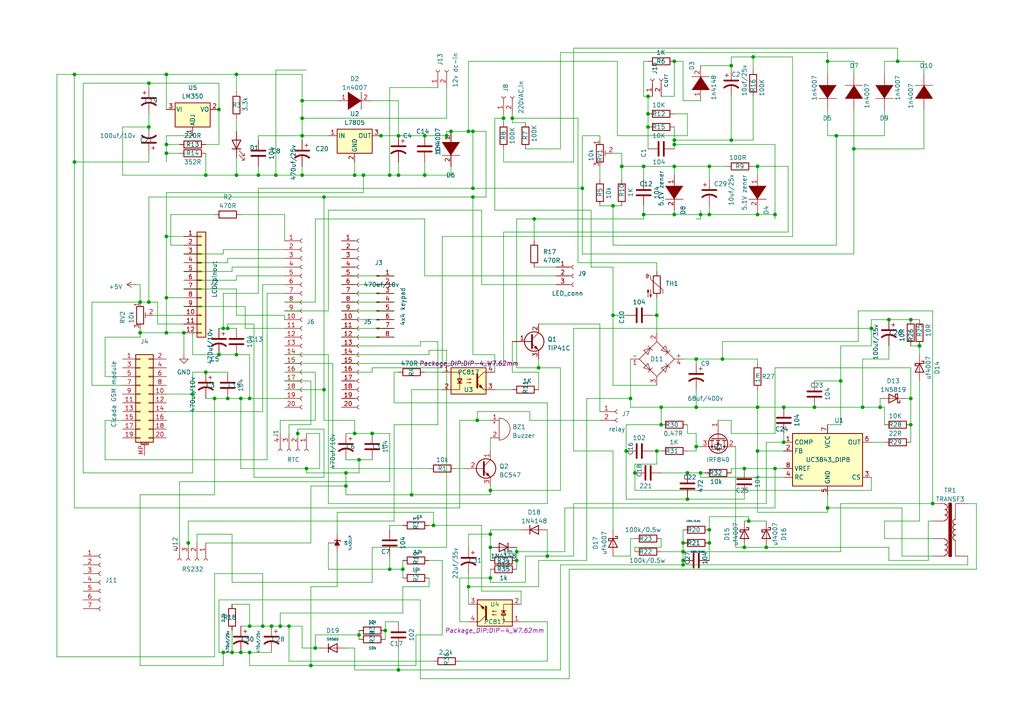
<source format=kicad_sch>
(kicad_sch (version 20220126) (generator eeschema)
  (paper "A4")
  (junction (at 203.2 137.16))
  (junction (at 104.14 184.15))
  (junction (at 264.16 92.71))
  (junction (at 205.74 62.23))
  (junction (at 115.57 50.8))
  (junction (at 43.18 36.83))
  (junction (at 90.17 193.04))
  (junction (at 195.58 17.78))
  (junction (at 87.63 34.29))
  (junction (at 43.18 87.63))
  (junction (at 187.96 36.83))
  (junction (at 177.8 59.69))
  (junction (at 252.73 95.25))
  (junction (at 219.71 62.23))
  (junction (at 68.58 102.87))
  (junction (at 187.96 27.94))
  (junction (at 93.98 113.03))
  (junction (at 243.84 110.49))
  (junction (at 146.05 34.29))
  (junction (at 227.33 118.11))
  (junction (at 227.33 128.27))
  (junction (at 219.71 48.26))
  (junction (at 142.24 167.64))
  (junction (at 181.61 130.81))
  (junction (at 215.9 135.89))
  (junction (at 64.77 95.25))
  (junction (at 240.03 147.32))
  (junction (at 198.12 157.48))
  (junction (at 198.12 162.56))
  (junction (at 224.79 135.89))
  (junction (at 199.39 137.16))
  (junction (at 72.39 181.61))
  (junction (at 130.81 38.1))
  (junction (at 191.77 123.19))
  (junction (at 142.24 158.75))
  (junction (at 168.91 54.61))
  (junction (at 68.58 50.8))
  (junction (at 102.87 125.73))
  (junction (at 182.88 115.57))
  (junction (at 48.26 21.59))
  (junction (at 76.2 181.61))
  (junction (at 100.33 140.97))
  (junction (at 91.44 187.96))
  (junction (at 48.26 44.45))
  (junction (at 177.8 91.44))
  (junction (at 158.75 161.29))
  (junction (at 191.77 118.11))
  (junction (at 110.49 39.37))
  (junction (at 40.64 96.52))
  (junction (at 270.51 146.05))
  (junction (at 125.73 152.4))
  (junction (at 135.89 170.18))
  (junction (at 186.69 48.26))
  (junction (at 222.25 158.75))
  (junction (at 137.16 38.1))
  (junction (at 190.5 91.44))
  (junction (at 66.04 115.57))
  (junction (at 123.19 39.37))
  (junction (at 123.19 50.8))
  (junction (at 80.01 50.8))
  (junction (at 59.69 107.95))
  (junction (at 219.71 130.81))
  (junction (at 74.93 50.8))
  (junction (at 102.87 50.8))
  (junction (at 66.04 95.25))
  (junction (at 250.19 118.11))
  (junction (at 83.82 181.61))
  (junction (at 142.24 142.24))
  (junction (at 48.26 41.91))
  (junction (at 78.74 181.61))
  (junction (at 198.12 160.02))
  (junction (at 156.21 106.68))
  (junction (at 48.26 68.58))
  (junction (at 195.58 48.26))
  (junction (at 63.5 31.75))
  (junction (at 68.58 21.59))
  (junction (at 184.15 137.16))
  (junction (at 55.88 114.3))
  (junction (at 87.63 39.37))
  (junction (at 72.39 115.57))
  (junction (at 201.93 118.11))
  (junction (at 105.41 50.8))
  (junction (at 198.12 163.83))
  (junction (at 54.61 157.48))
  (junction (at 142.24 154.94))
  (junction (at 119.38 143.51))
  (junction (at 100.33 137.16))
  (junction (at 205.74 157.48))
  (junction (at 86.36 125.73))
  (junction (at 215.9 158.75))
  (junction (at 115.57 39.37))
  (junction (at 107.95 125.73))
  (junction (at 43.18 24.13))
  (junction (at 69.85 115.57))
  (junction (at 113.03 165.1))
  (junction (at 212.09 40.64))
  (junction (at 88.9 135.89))
  (junction (at 203.2 62.23))
  (junction (at 218.44 16.51))
  (junction (at 40.64 87.63))
  (junction (at 115.57 194.31))
  (junction (at 212.09 19.05))
  (junction (at 137.16 54.61))
  (junction (at 69.85 189.23))
  (junction (at 201.93 129.54))
  (junction (at 190.5 130.81))
  (junction (at 187.96 33.02))
  (junction (at 53.34 96.52))
  (junction (at 111.76 182.88))
  (junction (at 195.58 40.64))
  (junction (at 154.94 63.5))
  (junction (at 149.86 162.56))
  (junction (at 247.65 43.18))
  (junction (at 205.74 153.67))
  (junction (at 240.03 17.78))
  (junction (at 87.63 29.21))
  (junction (at 219.71 118.11))
  (junction (at 81.28 181.61))
  (junction (at 116.84 165.1))
  (junction (at 93.98 57.15))
  (junction (at 138.43 121.92))
  (junction (at 224.79 62.23))
  (junction (at 137.16 57.15))
  (junction (at 72.39 189.23))
  (junction (at 135.89 38.1))
  (junction (at 104.14 133.35))
  (junction (at 149.86 160.02))
  (junction (at 255.27 118.11))
  (junction (at 195.58 62.23))
  (junction (at 209.55 104.14))
  (junction (at 199.39 144.78))
  (junction (at 201.93 104.14))
  (junction (at 59.69 50.8))
  (junction (at 48.26 86.36))
  (junction (at 236.22 118.11))
  (junction (at 129.54 39.37))
  (junction (at 205.74 48.26))
  (junction (at 63.5 102.87))
  (junction (at 242.57 39.37))
  (junction (at 113.03 50.8))
  (junction (at 64.77 189.23))
  (junction (at 260.35 17.78))
  (junction (at 87.63 50.8))
  (junction (at 264.16 123.19))
  (junction (at 148.59 34.29))
  (junction (at 266.7 100.33))
  (junction (at 67.31 189.23))
  (junction (at 257.81 92.71))
  (junction (at 217.17 151.13))
  (junction (at 186.69 62.23))
  (junction (at 180.34 48.26))
  (junction (at 21.59 21.59))
  (junction (at 62.23 115.57))
  (junction (at 195.58 41.91))
  (junction (at 21.59 46.99))
  (junction (at 48.26 96.52))
  (junction (at 264.16 115.57))
  (wire (pts (xy 121.92 99.06) (xy 121.92 100.33)))
  (wire (pts (xy 66.04 74.93) (xy 82.55 74.93)))
  (wire (pts (xy 266.7 99.06) (xy 266.7 100.33)))
  (wire (pts (xy 218.44 27.94) (xy 218.44 40.64)))
  (wire (pts (xy 86.36 125.73) (xy 86.36 127)))
  (wire (pts (xy 104.14 184.15) (xy 104.14 185.42)))
  (wire (pts (xy 67.31 168.91) (xy 67.31 154.94)))
  (wire (pts (xy 152.4 168.91) (xy 142.24 168.91)))
  (wire (pts (xy 156.21 93.98) (xy 173.99 93.98)))
  (wire (pts (xy 91.44 63.5) (xy 91.44 87.63)))
  (wire (pts (xy 129.54 38.1) (xy 129.54 39.37)))
  (wire (pts (xy 247.65 31.75) (xy 247.65 43.18)))
  (wire (pts (xy 68.58 102.87) (xy 72.39 102.87)))
  (wire (pts (xy 113.03 139.7) (xy 113.03 125.73)))
  (wire (pts (xy 198.12 29.21) (xy 198.12 17.78)))
  (wire (pts (xy 201.93 104.14) (xy 209.55 104.14)))
  (wire (pts (xy 177.8 44.45) (xy 180.34 44.45)))
  (wire (pts (xy 55.88 96.52) (xy 53.34 96.52)))
  (wire (pts (xy 260.35 13.97) (xy 260.35 17.78)))
  (wire (pts (xy 137.16 57.15) (xy 137.16 102.87)))
  (wire (pts (xy 26.67 87.63) (xy 40.64 87.63)))
  (wire (pts (xy 92.71 135.89) (xy 92.71 125.73)))
  (wire (pts (xy 68.58 45.72) (xy 68.58 50.8)))
  (wire (pts (xy 179.07 17.78) (xy 135.89 17.78)))
  (wire (pts (xy 99.06 102.87) (xy 124.46 102.87)))
  (wire (pts (xy 48.26 55.88) (xy 105.41 55.88)))
  (wire (pts (xy 248.92 90.17) (xy 270.51 90.17)))
  (wire (pts (xy 40.64 96.52) (xy 48.26 96.52)))
  (wire (pts (xy 130.81 39.37) (xy 130.81 38.1)))
  (wire (pts (xy 128.27 113.03) (xy 119.38 113.03)))
  (wire (pts (xy 261.62 161.29) (xy 261.62 147.32)))
  (wire (pts (xy 124.46 101.6) (xy 129.54 101.6)))
  (wire (pts (xy 224.79 125.73) (xy 224.79 106.68)))
  (wire (pts (xy 48.26 119.38) (xy 76.2 119.38)))
  (wire (pts (xy 95.25 102.87) (xy 95.25 146.05)))
  (wire (pts (xy 167.64 34.29) (xy 167.64 76.2)))
  (wire (pts (xy 218.44 20.32) (xy 218.44 16.51)))
  (wire (pts (xy 135.89 166.37) (xy 135.89 170.18)))
  (wire (pts (xy 104.14 133.35) (xy 107.95 133.35)))
  (wire (pts (xy 133.35 167.64) (xy 142.24 167.64)))
  (wire (pts (xy 168.91 54.61) (xy 168.91 73.66)))
  (wire (pts (xy 120.65 184.15) (xy 120.65 193.04)))
  (wire (pts (xy 104.14 182.88) (xy 104.14 184.15)))
  (wire (pts (xy 80.01 20.32) (xy 80.01 50.8)))
  (wire (pts (xy 243.84 146.05) (xy 243.84 160.02)))
  (wire (pts (xy 205.74 157.48) (xy 205.74 162.56)))
  (wire (pts (xy 87.63 50.8) (xy 102.87 50.8)))
  (wire (pts (xy 107.95 29.21) (xy 115.57 29.21)))
  (wire (pts (xy 124.46 135.89) (xy 96.52 135.89)))
  (wire (pts (xy 149.86 158.75) (xy 149.86 160.02)))
  (wire (pts (xy 68.58 81.28) (xy 68.58 80.01)))
  (wire (pts (xy 107.95 125.73) (xy 113.03 125.73)))
  (wire (pts (xy 158.75 180.34) (xy 158.75 191.77)))
  (wire (pts (xy 82.55 91.44) (xy 82.55 92.71)))
  (wire (pts (xy 283.21 165.1) (xy 283.21 146.05)))
  (wire (pts (xy 133.35 121.92) (xy 138.43 121.92)))
  (wire (pts (xy 48.26 21.59) (xy 48.26 31.75)))
  (wire (pts (xy 68.58 21.59) (xy 87.63 21.59)))
  (wire (pts (xy 166.37 95.25) (xy 166.37 130.81)))
  (wire (pts (xy 149.86 160.02) (xy 149.86 162.56)))
  (wire (pts (xy 127 123.19) (xy 114.3 123.19)))
  (wire (pts (xy 240.03 123.19) (xy 243.84 123.19)))
  (wire (pts (xy 260.35 17.78) (xy 267.97 17.78)))
  (wire (pts (xy 57.15 154.94) (xy 57.15 157.48)))
  (wire (pts (xy 43.18 87.63) (xy 43.18 57.15)))
  (wire (pts (xy 227.33 125.73) (xy 227.33 128.27)))
  (wire (pts (xy 127 99.06) (xy 127 123.19)))
  (wire (pts (xy 203.2 19.05) (xy 212.09 19.05)))
  (wire (pts (xy 224.79 106.68) (xy 264.16 106.68)))
  (wire (pts (xy 53.34 83.82) (xy 68.58 83.82)))
  (wire (pts (xy 219.71 62.23) (xy 224.79 62.23)))
  (wire (pts (xy 219.71 113.03) (xy 219.71 118.11)))
  (wire (pts (xy 90.17 170.18) (xy 97.79 170.18)))
  (wire (pts (xy 171.45 77.47) (xy 177.8 77.47)))
  (wire (pts (xy 184.15 158.75) (xy 191.77 158.75)))
  (wire (pts (xy 48.26 44.45) (xy 52.07 44.45)))
  (wire (pts (xy 250.19 104.14) (xy 250.19 118.11)))
  (wire (pts (xy 247.65 73.66) (xy 247.65 43.18)))
  (wire (pts (xy 190.5 91.44) (xy 190.5 96.52)))
  (wire (pts (xy 87.63 29.21) (xy 87.63 34.29)))
  (wire (pts (xy 243.84 146.05) (xy 270.51 146.05)))
  (wire (pts (xy 128.27 106.68) (xy 128.27 68.58)))
  (wire (pts (xy 256.54 21.59) (xy 256.54 17.78)))
  (wire (pts (xy 212.09 16.51) (xy 218.44 16.51)))
  (wire (pts (xy 156.21 106.68) (xy 162.56 106.68)))
  (wire (pts (xy 242.57 39.37) (xy 256.54 39.37)))
  (wire (pts (xy 53.34 73.66) (xy 64.77 73.66)))
  (wire (pts (xy 128.27 68.58) (xy 229.87 68.58)))
  (wire (pts (xy 55.88 39.37) (xy 48.26 39.37)))
  (wire (pts (xy 219.71 105.41) (xy 219.71 104.14)))
  (wire (pts (xy 222.25 128.27) (xy 222.25 146.05)))
  (wire (pts (xy 69.85 135.89) (xy 88.9 135.89)))
  (wire (pts (xy 124.46 101.6) (xy 124.46 102.87)))
  (wire (pts (xy 80.01 50.8) (xy 87.63 50.8)))
  (wire (pts (xy 270.51 156.21) (xy 256.54 156.21)))
  (wire (pts (xy 146.05 34.29) (xy 146.05 35.56)))
  (wire (pts (xy 48.26 41.91) (xy 52.07 41.91)))
  (wire (pts (xy 250.19 118.11) (xy 255.27 118.11)))
  (wire (pts (xy 158.75 191.77) (xy 133.35 191.77)))
  (wire (pts (xy 67.31 77.47) (xy 82.55 77.47)))
  (wire (pts (xy 74.93 54.61) (xy 137.16 54.61)))
  (wire (pts (xy 256.54 31.75) (xy 256.54 39.37)))
  (wire (pts (xy 135.89 170.18) (xy 135.89 175.26)))
  (wire (pts (xy 72.39 193.04) (xy 72.39 189.23)))
  (wire (pts (xy 125.73 148.59) (xy 125.73 152.4)))
  (wire (pts (xy 100.33 140.97) (xy 100.33 143.51)))
  (wire (pts (xy 227.33 128.27) (xy 222.25 128.27)))
  (wire (pts (xy 215.9 158.75) (xy 222.25 158.75)))
  (wire (pts (xy 215.9 143.51) (xy 215.9 144.78)))
  (wire (pts (xy 133.35 147.32) (xy 21.59 147.32)))
  (wire (pts (xy 121.92 99.06) (xy 127 99.06)))
  (wire (pts (xy 177.8 111.76) (xy 190.5 111.76)))
  (wire (pts (xy 68.58 91.44) (xy 82.55 91.44)))
  (wire (pts (xy 81.28 125.73) (xy 81.28 121.92)))
  (wire (pts (xy 257.81 92.71) (xy 264.16 92.71)))
  (wire (pts (xy 97.79 154.94) (xy 97.79 148.59)))
  (wire (pts (xy 189.23 130.81) (xy 190.5 130.81)))
  (wire (pts (xy 87.63 34.29) (xy 87.63 39.37)))
  (wire (pts (xy 152.4 161.29) (xy 152.4 168.91)))
  (wire (pts (xy 162.56 194.31) (xy 115.57 194.31)))
  (wire (pts (xy 124.46 162.56) (xy 128.27 162.56)))
  (wire (pts (xy 139.7 60.96) (xy 139.7 82.55)))
  (wire (pts (xy 135.89 170.18) (xy 156.21 170.18)))
  (wire (pts (xy 201.93 129.54) (xy 203.2 129.54)))
  (wire (pts (xy 100.33 125.73) (xy 102.87 125.73)))
  (wire (pts (xy 74.93 40.64) (xy 74.93 39.37)))
  (wire (pts (xy 100.33 143.51) (xy 119.38 143.51)))
  (wire (pts (xy 104.14 133.35) (xy 104.14 137.16)))
  (wire (pts (xy 48.26 46.99) (xy 48.26 44.45)))
  (wire (pts (xy 198.12 153.67) (xy 198.12 157.48)))
  (wire (pts (xy 87.63 40.64) (xy 87.63 39.37)))
  (wire (pts (xy 177.8 130.81) (xy 166.37 130.81)))
  (wire (pts (xy 213.36 158.75) (xy 215.9 158.75)))
  (wire (pts (xy 186.69 17.78) (xy 187.96 17.78)))
  (wire (pts (xy 72.39 189.23) (xy 78.74 189.23)))
  (wire (pts (xy 161.29 80.01) (xy 123.19 80.01)))
  (wire (pts (xy 177.8 59.69) (xy 180.34 59.69)))
  (wire (pts (xy 182.88 115.57) (xy 182.88 118.11)))
  (wire (pts (xy 102.87 125.73) (xy 107.95 125.73)))
  (wire (pts (xy 62.23 115.57) (xy 66.04 115.57)))
  (wire (pts (xy 67.31 154.94) (xy 57.15 154.94)))
  (wire (pts (xy 86.36 124.46) (xy 86.36 125.73)))
  (wire (pts (xy 180.34 48.26) (xy 180.34 52.07)))
  (wire (pts (xy 135.89 180.34) (xy 133.35 180.34)))
  (wire (pts (xy 107.95 168.91) (xy 67.31 168.91)))
  (wire (pts (xy 243.84 110.49) (xy 243.84 100.33)))
  (wire (pts (xy 123.19 50.8) (xy 130.81 50.8)))
  (wire (pts (xy 257.81 100.33) (xy 257.81 104.14)))
  (wire (pts (xy 252.73 142.24) (xy 184.15 142.24)))
  (wire (pts (xy 137.16 102.87) (xy 143.51 102.87)))
  (wire (pts (xy 66.04 115.57) (xy 69.85 115.57)))
  (wire (pts (xy 199.39 33.02) (xy 199.39 39.37)))
  (wire (pts (xy 113.03 25.4) (xy 127 25.4)))
  (wire (pts (xy 162.56 43.18) (xy 162.56 15.24)))
  (wire (pts (xy 116.84 177.8) (xy 116.84 170.18)))
  (wire (pts (xy 270.51 151.13) (xy 269.24 151.13)))
  (wire (pts (xy 256.54 118.11) (xy 256.54 123.19)))
  (wire (pts (xy 224.79 135.89) (xy 215.9 135.89)))
  (wire (pts (xy 149.86 63.5) (xy 154.94 63.5)))
  (wire (pts (xy 166.37 13.97) (xy 260.35 13.97)))
  (wire (pts (xy 213.36 129.54) (xy 213.36 158.75)))
  (wire (pts (xy 21.59 46.99) (xy 21.59 21.59)))
  (wire (pts (xy 82.55 62.23) (xy 82.55 69.85)))
  (wire (pts (xy 93.98 113.03) (xy 93.98 121.92)))
  (wire (pts (xy 125.73 152.4) (xy 124.46 152.4)))
  (wire (pts (xy 156.21 104.14) (xy 156.21 106.68)))
  (wire (pts (xy 142.24 158.75) (xy 142.24 154.94)))
  (wire (pts (xy 222.25 146.05) (xy 166.37 146.05)))
  (wire (pts (xy 191.77 27.94) (xy 195.58 27.94)))
  (wire (pts (xy 269.24 151.13) (xy 269.24 162.56)))
  (wire (pts (xy 102.87 50.8) (xy 105.41 50.8)))
  (wire (pts (xy 166.37 95.25) (xy 252.73 95.25)))
  (wire (pts (xy 181.61 123.19) (xy 191.77 123.19)))
  (wire (pts (xy 227.33 138.43) (xy 203.2 138.43)))
  (wire (pts (xy 217.17 149.86) (xy 217.17 151.13)))
  (wire (pts (xy 59.69 115.57) (xy 62.23 115.57)))
  (wire (pts (xy 137.16 54.61) (xy 168.91 54.61)))
  (wire (pts (xy 102.87 187.96) (xy 102.87 194.31)))
  (wire (pts (xy 195.58 27.94) (xy 195.58 17.78)))
  (wire (pts (xy 87.63 39.37) (xy 95.25 39.37)))
  (wire (pts (xy 154.94 77.47) (xy 161.29 77.47)))
  (wire (pts (xy 224.79 147.32) (xy 163.83 147.32)))
  (wire (pts (xy 201.93 118.11) (xy 201.93 113.03)))
  (wire (pts (xy 142.24 140.97) (xy 142.24 142.24)))
  (wire (pts (xy 91.44 121.92) (xy 91.44 107.95)))
  (wire (pts (xy 212.09 125.73) (xy 224.79 125.73)))
  (wire (pts (xy 179.07 39.37) (xy 179.07 17.78)))
  (wire (pts (xy 67.31 189.23) (xy 69.85 189.23)))
  (wire (pts (xy 92.71 187.96) (xy 91.44 187.96)))
  (wire (pts (xy 186.69 59.69) (xy 186.69 62.23)))
  (wire (pts (xy 64.77 73.66) (xy 64.77 72.39)))
  (wire (pts (xy 267.97 31.75) (xy 267.97 43.18)))
  (wire (pts (xy 152.4 43.18) (xy 162.56 43.18)))
  (wire (pts (xy 135.89 154.94) (xy 142.24 154.94)))
  (wire (pts (xy 24.13 24.13) (xy 43.18 24.13)))
  (wire (pts (xy 59.69 41.91) (xy 63.5 41.91)))
  (wire (pts (xy 142.24 167.64) (xy 142.24 165.1)))
  (wire (pts (xy 35.56 121.92) (xy 30.48 121.92)))
  (wire (pts (xy 195.58 36.83) (xy 195.58 40.64)))
  (wire (pts (xy 97.79 160.02) (xy 97.79 170.18)))
  (wire (pts (xy 24.13 137.16) (xy 55.88 137.16)))
  (wire (pts (xy 99.06 82.55) (xy 114.3 82.55)))
  (wire (pts (xy 77.47 85.09) (xy 82.55 85.09)))
  (wire (pts (xy 119.38 143.51) (xy 142.24 143.51)))
  (wire (pts (xy 146.05 46.99) (xy 166.37 46.99)))
  (wire (pts (xy 195.58 48.26) (xy 195.58 50.8)))
  (wire (pts (xy 252.73 128.27) (xy 256.54 128.27)))
  (wire (pts (xy 247.65 17.78) (xy 247.65 21.59)))
  (wire (pts (xy 177.8 77.47) (xy 177.8 91.44)))
  (wire (pts (xy 53.34 68.58) (xy 48.26 68.58)))
  (wire (pts (xy 209.55 99.06) (xy 248.92 99.06)))
  (wire (pts (xy 201.93 130.81) (xy 201.93 129.54)))
  (wire (pts (xy 88.9 135.89) (xy 92.71 135.89)))
  (wire (pts (xy 87.63 21.59) (xy 87.63 29.21)))
  (wire (pts (xy 100.33 137.16) (xy 88.9 137.16)))
  (wire (pts (xy 40.64 193.04) (xy 64.77 193.04)))
  (wire (pts (xy 191.77 137.16) (xy 199.39 137.16)))
  (wire (pts (xy 68.58 80.01) (xy 82.55 80.01)))
  (wire (pts (xy 190.5 130.81) (xy 190.5 134.62)))
  (wire (pts (xy 113.03 50.8) (xy 113.03 25.4)))
  (wire (pts (xy 143.51 34.29) (xy 143.51 60.96)))
  (wire (pts (xy 224.79 63.5) (xy 224.79 62.23)))
  (wire (pts (xy 62.23 166.37) (xy 62.23 190.5)))
  (wire (pts (xy 240.03 21.59) (xy 240.03 17.78)))
  (wire (pts (xy 69.85 62.23) (xy 82.55 62.23)))
  (wire (pts (xy 212.09 40.64) (xy 218.44 40.64)))
  (wire (pts (xy 129.54 39.37) (xy 130.81 39.37)))
  (wire (pts (xy 128.27 162.56) (xy 128.27 184.15)))
  (wire (pts (xy 62.23 62.23) (xy 49.53 62.23)))
  (wire (pts (xy 240.03 15.24) (xy 240.03 17.78)))
  (wire (pts (xy 158.75 161.29) (xy 152.4 161.29)))
  (wire (pts (xy 190.5 76.2) (xy 190.5 78.74)))
  (wire (pts (xy 124.46 167.64) (xy 124.46 170.18)))
  (wire (pts (xy 252.73 95.25) (xy 252.73 92.71)))
  (wire (pts (xy 153.67 119.38) (xy 138.43 119.38)))
  (wire (pts (xy 184.15 142.24) (xy 184.15 137.16)))
  (wire (pts (xy 240.03 147.32) (xy 240.03 148.59)))
  (wire (pts (xy 170.18 162.56) (xy 170.18 115.57)))
  (wire (pts (xy 97.79 148.59) (xy 125.73 148.59)))
  (wire (pts (xy 113.03 165.1) (xy 116.84 165.1)))
  (wire (pts (xy 203.2 138.43) (xy 203.2 137.16)))
  (wire (pts (xy 203.2 62.23) (xy 203.2 63.5)))
  (wire (pts (xy 142.24 153.67) (xy 151.13 153.67)))
  (wire (pts (xy 205.74 48.26) (xy 210.82 48.26)))
  (wire (pts (xy 90.17 123.19) (xy 83.82 123.19)))
  (wire (pts (xy 162.56 106.68) (xy 162.56 142.24)))
  (wire (pts (xy 66.04 93.98) (xy 73.66 93.98)))
  (wire (pts (xy 63.5 102.87) (xy 55.88 102.87)))
  (wire (pts (xy 73.66 93.98) (xy 73.66 138.43)))
  (wire (pts (xy 111.76 182.88) (xy 111.76 185.42)))
  (wire (pts (xy 243.84 100.33) (xy 252.73 100.33)))
  (wire (pts (xy 227.33 135.89) (xy 224.79 135.89)))
  (wire (pts (xy 180.34 44.45) (xy 180.34 48.26)))
  (wire (pts (xy 257.81 104.14) (xy 250.19 104.14)))
  (wire (pts (xy 205.74 62.23) (xy 205.74 59.69)))
  (wire (pts (xy 248.92 99.06) (xy 248.92 90.17)))
  (wire (pts (xy 151.13 171.45) (xy 139.7 171.45)))
  (wire (pts (xy 151.13 175.26) (xy 151.13 171.45)))
  (wire (pts (xy 113.03 153.67) (xy 113.03 152.4)))
  (wire (pts (xy 115.57 194.31) (xy 102.87 194.31)))
  (wire (pts (xy 128.27 184.15) (xy 120.65 184.15)))
  (wire (pts (xy 166.37 146.05) (xy 166.37 161.29)))
  (wire (pts (xy 68.58 34.29) (xy 68.58 38.1)))
  (wire (pts (xy 181.61 123.19) (xy 181.61 130.81)))
  (wire (pts (xy 48.26 55.88) (xy 48.26 68.58)))
  (wire (pts (xy 257.81 162.56) (xy 257.81 158.75)))
  (wire (pts (xy 59.69 44.45) (xy 59.69 50.8)))
  (wire (pts (xy 81.28 181.61) (xy 81.28 177.8)))
  (wire (pts (xy 30.48 133.35) (xy 77.47 133.35)))
  (wire (pts (xy 187.96 27.94) (xy 187.96 33.02)))
  (wire (pts (xy 153.67 121.92) (xy 153.67 119.38)))
  (wire (pts (xy 186.69 62.23) (xy 195.58 62.23)))
  (wire (pts (xy 135.89 38.1) (xy 130.81 38.1)))
  (wire (pts (xy 162.56 163.83) (xy 162.56 194.31)))
  (wire (pts (xy 280.67 161.29) (xy 280.67 163.83)))
  (wire (pts (xy 49.53 62.23) (xy 49.53 71.12)))
  (wire (pts (xy 114.3 107.95) (xy 114.3 116.84)))
  (wire (pts (xy 252.73 92.71) (xy 257.81 92.71)))
  (wire (pts (xy 91.44 187.96) (xy 87.63 187.96)))
  (wire (pts (xy 215.9 135.89) (xy 212.09 135.89)))
  (wire (pts (xy 55.88 107.95) (xy 59.69 107.95)))
  (wire (pts (xy 115.57 39.37) (xy 123.19 39.37)))
  (wire (pts (xy 247.65 43.18) (xy 267.97 43.18)))
  (wire (pts (xy 149.86 162.56) (xy 149.86 165.1)))
  (wire (pts (xy 142.24 168.91) (xy 142.24 167.64)))
  (wire (pts (xy 76.2 181.61) (xy 76.2 166.37)))
  (wire (pts (xy 195.58 41.91) (xy 224.79 41.91)))
  (wire (pts (xy 123.19 46.99) (xy 123.19 50.8)))
  (wire (pts (xy 191.77 118.11) (xy 201.93 118.11)))
  (wire (pts (xy 35.56 109.22) (xy 30.48 109.22)))
  (wire (pts (xy 229.87 68.58) (xy 229.87 16.51)))
  (wire (pts (xy 137.16 57.15) (xy 140.97 57.15)))
  (wire (pts (xy 166.37 46.99) (xy 166.37 13.97)))
  (wire (pts (xy 195.58 60.96) (xy 195.58 62.23)))
  (wire (pts (xy 67.31 182.88) (xy 67.31 189.23)))
  (wire (pts (xy 90.17 110.49) (xy 90.17 123.19)))
  (wire (pts (xy 219.71 118.11) (xy 227.33 118.11)))
  (wire (pts (xy 142.24 127) (xy 142.24 130.81)))
  (wire (pts (xy 39.37 82.55) (xy 40.64 82.55)))
  (wire (pts (xy 96.52 135.89) (xy 96.52 105.41)))
  (wire (pts (xy 64.77 189.23) (xy 64.77 193.04)))
  (wire (pts (xy 205.74 52.07) (xy 205.74 48.26)))
  (wire (pts (xy 139.7 82.55) (xy 161.29 82.55)))
  (wire (pts (xy 72.39 181.61) (xy 76.2 181.61)))
  (wire (pts (xy 104.14 137.16) (xy 100.33 137.16)))
  (wire (pts (xy 90.17 193.04) (xy 120.65 193.04)))
  (wire (pts (xy 256.54 17.78) (xy 260.35 17.78)))
  (wire (pts (xy 95.25 90.17) (xy 95.25 60.96)))
  (wire (pts (xy 280.67 163.83) (xy 198.12 163.83)))
  (wire (pts (xy 74.93 50.8) (xy 80.01 50.8)))
  (wire (pts (xy 104.14 184.15) (xy 91.44 184.15)))
  (wire (pts (xy 146.05 34.29) (xy 143.51 34.29)))
  (wire (pts (xy 121.92 196.85) (xy 165.1 196.85)))
  (wire (pts (xy 100.33 133.35) (xy 104.14 133.35)))
  (wire (pts (xy 227.33 118.11) (xy 236.22 118.11)))
  (wire (pts (xy 199.39 137.16) (xy 203.2 137.16)))
  (wire (pts (xy 102.87 121.92) (xy 102.87 125.73)))
  (wire (pts (xy 55.88 114.3) (xy 55.88 107.95)))
  (wire (pts (xy 48.26 114.3) (xy 55.88 114.3)))
  (wire (pts (xy 115.57 180.34) (xy 111.76 180.34)))
  (wire (pts (xy 63.5 189.23) (xy 64.77 189.23)))
  (wire (pts (xy 30.48 121.92) (xy 30.48 133.35)))
  (wire (pts (xy 107.95 106.68) (xy 107.95 107.95)))
  (wire (pts (xy 186.69 62.23) (xy 186.69 63.5)))
  (wire (pts (xy 99.06 95.25) (xy 114.3 95.25)))
  (wire (pts (xy 252.73 100.33) (xy 252.73 95.25)))
  (wire (pts (xy 72.39 193.04) (xy 90.17 193.04)))
  (wire (pts (xy 88.9 135.89) (xy 88.9 137.16)))
  (wire (pts (xy 201.93 104.14) (xy 201.93 105.41)))
  (wire (pts (xy 99.06 80.01) (xy 114.3 80.01)))
  (wire (pts (xy 240.03 148.59) (xy 219.71 148.59)))
  (wire (pts (xy 158.75 153.67) (xy 158.75 161.29)))
  (wire (pts (xy 95.25 60.96) (xy 139.7 60.96)))
  (wire (pts (xy 209.55 104.14) (xy 219.71 104.14)))
  (wire (pts (xy 53.34 93.98) (xy 45.72 93.98)))
  (wire (pts (xy 182.88 156.21) (xy 184.15 156.21)))
  (wire (pts (xy 264.16 92.71) (xy 266.7 92.71)))
  (wire (pts (xy 52.07 139.7) (xy 113.03 139.7)))
  (wire (pts (xy 224.79 135.89) (xy 224.79 147.32)))
  (wire (pts (xy 64.77 95.25) (xy 66.04 95.25)))
  (wire (pts (xy 64.77 72.39) (xy 82.55 72.39)))
  (wire (pts (xy 219.71 48.26) (xy 219.71 50.8)))
  (wire (pts (xy 228.6 67.31) (xy 228.6 48.26)))
  (wire (pts (xy 116.84 170.18) (xy 124.46 170.18)))
  (wire (pts (xy 256.54 156.21) (xy 256.54 151.13)))
  (wire (pts (xy 142.24 158.75) (xy 142.24 162.56)))
  (wire (pts (xy 171.45 60.96) (xy 171.45 77.47)))
  (wire (pts (xy 116.84 165.1) (xy 116.84 167.64)))
  (wire (pts (xy 87.63 34.29) (xy 129.54 34.29)))
  (wire (pts (xy 95.25 157.48) (xy 95.25 165.1)))
  (wire (pts (xy 53.34 96.52) (xy 48.26 96.52)))
  (wire (pts (xy 100.33 187.96) (xy 102.87 187.96)))
  (wire (pts (xy 154.94 63.5) (xy 154.94 69.85)))
  (wire (pts (xy 240.03 143.51) (xy 240.03 147.32)))
  (wire (pts (xy 135.89 158.75) (xy 135.89 154.94)))
  (wire (pts (xy 99.06 97.79) (xy 114.3 97.79)))
  (wire (pts (xy 264.16 100.33) (xy 266.7 100.33)))
  (wire (pts (xy 224.79 41.91) (xy 224.79 62.23)))
  (wire (pts (xy 199.39 144.78) (xy 215.9 144.78)))
  (wire (pts (xy 81.28 121.92) (xy 91.44 121.92)))
  (wire (pts (xy 66.04 95.25) (xy 68.58 95.25)))
  (wire (pts (xy 205.74 153.67) (xy 205.74 157.48)))
  (wire (pts (xy 154.94 63.5) (xy 186.69 63.5)))
  (wire (pts (xy 69.85 181.61) (xy 72.39 181.61)))
  (wire (pts (xy 240.03 39.37) (xy 242.57 39.37)))
  (wire (pts (xy 198.12 163.83) (xy 198.12 162.56)))
  (wire (pts (xy 236.22 118.11) (xy 250.19 118.11)))
  (wire (pts (xy 81.28 181.61) (xy 83.82 181.61)))
  (wire (pts (xy 264.16 115.57) (xy 264.16 123.19)))
  (wire (pts (xy 35.56 50.8) (xy 59.69 50.8)))
  (wire (pts (xy 40.64 82.55) (xy 40.64 87.63)))
  (wire (pts (xy 35.56 36.83) (xy 43.18 36.83)))
  (wire (pts (xy 130.81 48.26) (xy 130.81 50.8)))
  (wire (pts (xy 48.26 21.59) (xy 68.58 21.59)))
  (wire (pts (xy 203.2 60.96) (xy 203.2 62.23)))
  (wire (pts (xy 148.59 99.06) (xy 148.59 107.95)))
  (wire (pts (xy 148.59 107.95) (xy 156.21 107.95)))
  (wire (pts (xy 201.93 125.73) (xy 201.93 129.54)))
  (wire (pts (xy 116.84 162.56) (xy 116.84 165.1)))
  (wire (pts (xy 143.51 60.96) (xy 171.45 60.96)))
  (wire (pts (xy 218.44 16.51) (xy 229.87 16.51)))
  (wire (pts (xy 53.34 78.74) (xy 67.31 78.74)))
  (wire (pts (xy 44.45 91.44) (xy 53.34 91.44)))
  (wire (pts (xy 74.93 39.37) (xy 87.63 39.37)))
  (wire (pts (xy 77.47 133.35) (xy 77.47 85.09)))
  (wire (pts (xy 69.85 115.57) (xy 72.39 115.57)))
  (wire (pts (xy 195.58 17.78) (xy 198.12 17.78)))
  (wire (pts (xy 186.69 52.07) (xy 186.69 48.26)))
  (wire (pts (xy 30.48 97.79) (xy 40.64 97.79)))
  (wire (pts (xy 123.19 80.01) (xy 123.19 63.5)))
  (wire (pts (xy 107.95 158.75) (xy 107.95 168.91)))
  (wire (pts (xy 40.64 143.51) (xy 40.64 193.04)))
  (wire (pts (xy 139.7 152.4) (xy 125.73 152.4)))
  (wire (pts (xy 256.54 151.13) (xy 266.7 151.13)))
  (wire (pts (xy 195.58 48.26) (xy 205.74 48.26)))
  (wire (pts (xy 173.99 121.92) (xy 153.67 121.92)))
  (wire (pts (xy 40.64 95.25) (xy 40.64 96.52)))
  (wire (pts (xy 177.8 153.67) (xy 177.8 130.81)))
  (wire (pts (xy 240.03 147.32) (xy 261.62 147.32)))
  (wire (pts (xy 99.06 92.71) (xy 114.3 92.71)))
  (wire (pts (xy 30.48 109.22) (xy 30.48 97.79)))
  (wire (pts (xy 43.18 36.83) (xy 43.18 38.1)))
  (wire (pts (xy 21.59 21.59) (xy 48.26 21.59)))
  (wire (pts (xy 269.24 162.56) (xy 257.81 162.56)))
  (wire (pts (xy 100.33 137.16) (xy 100.33 140.97)))
  (wire (pts (xy 264.16 123.19) (xy 264.16 128.27)))
  (wire (pts (xy 83.82 181.61) (xy 87.63 181.61)))
  (wire (pts (xy 203.2 137.16) (xy 204.47 137.16)))
  (wire (pts (xy 21.59 46.99) (xy 43.18 46.99)))
  (wire (pts (xy 115.57 107.95) (xy 114.3 107.95)))
  (wire (pts (xy 43.18 25.4) (xy 43.18 24.13)))
  (wire (pts (xy 91.44 184.15) (xy 91.44 187.96)))
  (wire (pts (xy 187.96 27.94) (xy 189.23 27.94)))
  (wire (pts (xy 68.58 50.8) (xy 74.93 50.8)))
  (wire (pts (xy 111.76 180.34) (xy 111.76 182.88)))
  (wire (pts (xy 114.3 151.13) (xy 54.61 151.13)))
  (wire (pts (xy 143.51 102.87) (xy 143.51 107.95)))
  (wire (pts (xy 82.55 105.41) (xy 96.52 105.41)))
  (wire (pts (xy 205.74 149.86) (xy 217.17 149.86)))
  (wire (pts (xy 163.83 147.32) (xy 163.83 160.02)))
  (wire (pts (xy 99.06 100.33) (xy 121.92 100.33)))
  (wire (pts (xy 240.03 31.75) (xy 240.03 39.37)))
  (wire (pts (xy 182.88 104.14) (xy 182.88 115.57)))
  (wire (pts (xy 63.5 102.87) (xy 68.58 102.87)))
  (wire (pts (xy 88.9 125.73) (xy 92.71 125.73)))
  (wire (pts (xy 181.61 130.81) (xy 181.61 144.78)))
  (wire (pts (xy 45.72 87.63) (xy 45.72 93.98)))
  (wire (pts (xy 137.16 38.1) (xy 137.16 54.61)))
  (wire (pts (xy 68.58 21.59) (xy 68.58 26.67)))
  (wire (pts (xy 191.77 118.11) (xy 191.77 123.19)))
  (wire (pts (xy 66.04 93.98) (xy 66.04 95.25)))
  (wire (pts (xy 205.74 62.23) (xy 219.71 62.23)))
  (wire (pts (xy 190.5 91.44) (xy 189.23 91.44)))
  (wire (pts (xy 158.75 116.84) (xy 114.3 116.84)))
  (wire (pts (xy 209.55 104.14) (xy 209.55 99.06)))
  (wire (pts (xy 82.55 110.49) (xy 90.17 110.49)))
  (wire (pts (xy 186.69 27.94) (xy 186.69 17.78)))
  (wire (pts (xy 166.37 161.29) (xy 158.75 161.29)))
  (wire (pts (xy 201.93 118.11) (xy 219.71 118.11)))
  (wire (pts (xy 105.41 55.88) (xy 105.41 50.8)))
  (wire (pts (xy 184.15 137.16) (xy 184.15 134.62)))
  (wire (pts (xy 146.05 43.18) (xy 146.05 46.99)))
  (wire (pts (xy 93.98 124.46) (xy 86.36 124.46)))
  (wire (pts (xy 48.26 96.52) (xy 48.26 86.36)))
  (wire (pts (xy 149.86 106.68) (xy 156.21 106.68)))
  (wire (pts (xy 99.06 85.09) (xy 114.3 85.09)))
  (wire (pts (xy 190.5 130.81) (xy 191.77 130.81)))
  (wire (pts (xy 82.55 102.87) (xy 95.25 102.87)))
  (wire (pts (xy 148.59 34.29) (xy 167.64 34.29)))
  (wire (pts (xy 62.23 143.51) (xy 40.64 143.51)))
  (wire (pts (xy 72.39 115.57) (xy 82.55 115.57)))
  (wire (pts (xy 93.98 138.43) (xy 93.98 124.46)))
  (wire (pts (xy 119.38 113.03) (xy 119.38 143.51)))
  (wire (pts (xy 212.09 121.92) (xy 212.09 125.73)))
  (wire (pts (xy 199.39 123.19) (xy 199.39 125.73)))
  (wire (pts (xy 67.31 175.26) (xy 72.39 175.26)))
  (wire (pts (xy 63.5 173.99) (xy 63.5 189.23)))
  (wire (pts (xy 195.58 62.23) (xy 203.2 62.23)))
  (wire (pts (xy 40.64 96.52) (xy 40.64 97.79)))
  (wire (pts (xy 82.55 90.17) (xy 95.25 90.17)))
  (wire (pts (xy 59.69 107.95) (xy 66.04 107.95)))
  (wire (pts (xy 217.17 151.13) (xy 222.25 151.13)))
  (wire (pts (xy 198.12 162.56) (xy 198.12 160.02)))
  (wire (pts (xy 115.57 46.99) (xy 115.57 50.8)))
  (wire (pts (xy 74.93 85.09) (xy 64.77 85.09)))
  (wire (pts (xy 190.5 86.36) (xy 190.5 91.44)))
  (wire (pts (xy 177.8 91.44) (xy 177.8 111.76)))
  (wire (pts (xy 133.35 180.34) (xy 133.35 167.64)))
  (wire (pts (xy 72.39 102.87) (xy 72.39 115.57)))
  (wire (pts (xy 107.95 106.68) (xy 128.27 106.68)))
  (wire (pts (xy 123.19 107.95) (xy 128.27 107.95)))
  (wire (pts (xy 177.8 59.69) (xy 177.8 71.12)))
  (wire (pts (xy 162.56 15.24) (xy 240.03 15.24)))
  (wire (pts (xy 95.25 146.05) (xy 158.75 146.05)))
  (wire (pts (xy 26.67 87.63) (xy 26.67 111.76)))
  (wire (pts (xy 156.21 107.95) (xy 156.21 113.03)))
  (wire (pts (xy 135.89 17.78) (xy 135.89 38.1)))
  (wire (pts (xy 93.98 57.15) (xy 137.16 57.15)))
  (wire (pts (xy 168.91 73.66) (xy 247.65 73.66)))
  (wire (pts (xy 219.71 130.81) (xy 219.71 148.59)))
  (wire (pts (xy 186.69 48.26) (xy 195.58 48.26)))
  (wire (pts (xy 53.34 96.52) (xy 53.34 102.87)))
  (wire (pts (xy 35.56 50.8) (xy 35.56 36.83)))
  (wire (pts (xy 87.63 187.96) (xy 87.63 181.61)))
  (wire (pts (xy 52.07 157.48) (xy 52.07 139.7)))
  (wire (pts (xy 69.85 115.57) (xy 69.85 135.89)))
  (wire (pts (xy 110.49 39.37) (xy 115.57 39.37)))
  (wire (pts (xy 133.35 121.92) (xy 133.35 147.32)))
  (wire (pts (xy 173.99 59.69) (xy 177.8 59.69)))
  (wire (pts (xy 199.39 144.78) (xy 181.61 144.78)))
  (wire (pts (xy 140.97 38.1) (xy 137.16 38.1)))
  (wire (pts (xy 215.9 151.13) (xy 217.17 151.13)))
  (wire (pts (xy 83.82 123.19) (xy 83.82 125.73)))
  (wire (pts (xy 82.55 87.63) (xy 91.44 87.63)))
  (wire (pts (xy 55.88 137.16) (xy 55.88 114.3)))
  (wire (pts (xy 102.87 46.99) (xy 102.87 50.8)))
  (wire (pts (xy 156.21 162.56) (xy 170.18 162.56)))
  (wire (pts (xy 191.77 158.75) (xy 191.77 156.21)))
  (wire (pts (xy 123.19 63.5) (xy 91.44 63.5)))
  (wire (pts (xy 242.57 71.12) (xy 242.57 39.37)))
  (wire (pts (xy 146.05 67.31) (xy 146.05 105.41)))
  (wire (pts (xy 240.03 17.78) (xy 247.65 17.78)))
  (wire (pts (xy 73.66 138.43) (xy 93.98 138.43)))
  (wire (pts (xy 138.43 119.38) (xy 138.43 121.92)))
  (wire (pts (xy 43.18 87.63) (xy 40.64 87.63)))
  (wire (pts (xy 90.17 140.97) (xy 100.33 140.97)))
  (wire (pts (xy 219.71 60.96) (xy 219.71 62.23)))
  (wire (pts (xy 24.13 24.13) (xy 24.13 137.16)))
  (wire (pts (xy 53.34 88.9) (xy 71.12 88.9)))
  (wire (pts (xy 173.99 39.37) (xy 168.91 39.37)))
  (wire (pts (xy 177.8 71.12) (xy 242.57 71.12)))
  (wire (pts (xy 69.85 189.23) (xy 72.39 189.23)))
  (wire (pts (xy 99.06 87.63) (xy 114.3 87.63)))
  (wire (pts (xy 195.58 40.64) (xy 212.09 40.64)))
  (wire (pts (xy 115.57 29.21) (xy 115.57 39.37)))
  (wire (pts (xy 81.28 177.8) (xy 116.84 177.8)))
  (wire (pts (xy 201.93 63.5) (xy 203.2 63.5)))
  (wire (pts (xy 212.09 16.51) (xy 212.09 19.05)))
  (wire (pts (xy 43.18 24.13) (xy 63.5 24.13)))
  (wire (pts (xy 140.97 57.15) (xy 140.97 38.1)))
  (wire (pts (xy 142.24 154.94) (xy 142.24 153.67)))
  (wire (pts (xy 142.24 142.24) (xy 142.24 143.51)))
  (wire (pts (xy 114.3 123.19) (xy 114.3 151.13)))
  (wire (pts (xy 219.71 48.26) (xy 228.6 48.26)))
  (wire (pts (xy 270.51 90.17) (xy 270.51 146.05)))
  (wire (pts (xy 68.58 83.82) (xy 68.58 91.44)))
  (wire (pts (xy 149.86 106.68) (xy 149.86 63.5)))
  (wire (pts (xy 198.12 104.14) (xy 201.93 104.14)))
  (wire (pts (xy 113.03 161.29) (xy 113.03 165.1)))
  (wire (pts (xy 66.04 76.2) (xy 66.04 74.93)))
  (wire (pts (xy 49.53 71.12) (xy 53.34 71.12)))
  (wire (pts (xy 35.56 111.76) (xy 26.67 111.76)))
  (wire (pts (xy 173.99 48.26) (xy 173.99 52.07)))
  (wire (pts (xy 255.27 118.11) (xy 256.54 118.11)))
  (wire (pts (xy 90.17 157.48) (xy 90.17 140.97)))
  (wire (pts (xy 74.93 48.26) (xy 74.93 50.8)))
  (wire (pts (xy 266.7 110.49) (xy 266.7 151.13)))
  (wire (pts (xy 264.16 106.68) (xy 264.16 115.57)))
  (wire (pts (xy 165.1 165.1) (xy 283.21 165.1)))
  (wire (pts (xy 132.08 135.89) (xy 134.62 135.89)))
  (wire (pts (xy 199.39 130.81) (xy 201.93 130.81)))
  (wire (pts (xy 148.59 33.02) (xy 148.59 34.29)))
  (wire (pts (xy 167.64 76.2) (xy 190.5 76.2)))
  (wire (pts (xy 243.84 110.49) (xy 243.84 123.19)))
  (wire (pts (xy 146.05 67.31) (xy 228.6 67.31)))
  (wire (pts (xy 76.2 119.38) (xy 76.2 82.55)))
  (wire (pts (xy 99.06 90.17) (xy 114.3 90.17)))
  (wire (pts (xy 182.88 161.29) (xy 182.88 156.21)))
  (wire (pts (xy 165.1 196.85) (xy 165.1 165.1)))
  (wire (pts (xy 123.19 39.37) (xy 129.54 39.37)))
  (wire (pts (xy 59.69 157.48) (xy 90.17 157.48)))
  (wire (pts (xy 173.99 93.98) (xy 173.99 119.38)))
  (wire (pts (xy 48.26 68.58) (xy 48.26 86.36)))
  (wire (pts (xy 187.96 33.02) (xy 187.96 36.83)))
  (wire (pts (xy 170.18 115.57) (xy 182.88 115.57)))
  (wire (pts (xy 198.12 160.02) (xy 198.12 157.48)))
  (wire (pts (xy 82.55 113.03) (xy 93.98 113.03)))
  (wire (pts (xy 219.71 130.81) (xy 227.33 130.81)))
  (wire (pts (xy 95.25 165.1) (xy 113.03 165.1)))
  (wire (pts (xy 64.77 189.23) (xy 67.31 189.23)))
  (wire (pts (xy 156.21 170.18) (xy 156.21 162.56)))
  (wire (pts (xy 186.69 27.94) (xy 187.96 27.94)))
  (wire (pts (xy 187.96 36.83) (xy 187.96 43.18)))
  (wire (pts (xy 195.58 40.64) (xy 195.58 41.91)))
  (wire (pts (xy 184.15 134.62) (xy 190.5 134.62)))
  (wire (pts (xy 168.91 39.37) (xy 168.91 54.61)))
  (wire (pts (xy 218.44 48.26) (xy 219.71 48.26)))
  (wire (pts (xy 21.59 147.32) (xy 21.59 46.99)))
  (wire (pts (xy 162.56 142.24) (xy 142.24 142.24)))
  (wire (pts (xy 76.2 166.37) (xy 62.23 166.37)))
  (wire (pts (xy 130.81 38.1) (xy 129.54 38.1)))
  (wire (pts (xy 143.51 113.03) (xy 148.59 113.03)))
  (wire (pts (xy 93.98 57.15) (xy 93.98 113.03)))
  (wire (pts (xy 115.57 50.8) (xy 123.19 50.8)))
  (wire (pts (xy 267.97 17.78) (xy 267.97 21.59)))
  (wire (pts (xy 177.8 161.29) (xy 182.88 161.29)))
  (wire (pts (xy 270.51 161.29) (xy 261.62 161.29)))
  (wire (pts (xy 219.71 118.11) (xy 219.71 130.81)))
  (wire (pts (xy 262.89 115.57) (xy 264.16 115.57)))
  (wire (pts (xy 195.58 33.02) (xy 199.39 33.02)))
  (wire (pts (xy 55.88 102.87) (xy 55.88 96.52)))
  (wire (pts (xy 53.34 76.2) (xy 66.04 76.2)))
  (wire (pts (xy 180.34 48.26) (xy 186.69 48.26)))
  (wire (pts (xy 146.05 33.02) (xy 146.05 34.29)))
  (wire (pts (xy 99.06 107.95) (xy 107.95 107.95)))
  (wire (pts (xy 43.18 33.02) (xy 43.18 36.83)))
  (wire (pts (xy 280.67 146.05) (xy 283.21 146.05)))
  (wire (pts (xy 54.61 151.13) (xy 54.61 157.48)))
  (wire (pts (xy 43.18 44.45) (xy 43.18 46.99)))
  (wire (pts (xy 48.26 41.91) (xy 48.26 44.45)))
  (wire (pts (xy 199.39 125.73) (xy 201.93 125.73)))
  (wire (pts (xy 198.12 163.83) (xy 162.56 163.83)))
  (wire (pts (xy 163.83 160.02) (xy 149.86 160.02)))
  (wire (pts (xy 63.5 24.13) (xy 63.5 31.75)))
  (wire (pts (xy 64.77 85.09) (xy 64.77 95.25)))
  (wire (pts (xy 62.23 190.5) (xy 16.51 190.5)))
  (wire (pts (xy 59.69 50.8) (xy 68.58 50.8)))
  (wire (pts (xy 97.79 29.21) (xy 87.63 29.21)))
  (wire (pts (xy 43.18 57.15) (xy 93.98 57.15)))
  (wire (pts (xy 63.5 173.99) (xy 121.92 173.99)))
  (wire (pts (xy 252.73 138.43) (xy 252.73 142.24)))
  (wire (pts (xy 236.22 110.49) (xy 243.84 110.49)))
  (wire (pts (xy 139.7 171.45) (xy 139.7 152.4)))
  (wire (pts (xy 121.92 173.99) (xy 121.92 196.85)))
  (wire (pts (xy 182.88 118.11) (xy 191.77 118.11)))
  (wire (pts (xy 113.03 50.8) (xy 115.57 50.8)))
  (wire (pts (xy 71.12 95.25) (xy 82.55 95.25)))
  (wire (pts (xy 107.95 158.75) (xy 129.54 158.75)))
  (wire (pts (xy 158.75 146.05) (xy 158.75 116.84)))
  (wire (pts (xy 105.41 50.8) (xy 113.03 50.8)))
  (wire (pts (xy 67.31 78.74) (xy 67.31 77.47)))
  (wire (pts (xy 212.09 19.05) (xy 212.09 20.32)))
  (wire (pts (xy 198.12 160.02) (xy 243.84 160.02)))
  (wire (pts (xy 93.98 121.92) (xy 102.87 121.92)))
  (wire (pts (xy 266.7 100.33) (xy 266.7 102.87)))
  (wire (pts (xy 88.9 20.32) (xy 80.01 20.32)))
  (wire (pts (xy 76.2 181.61) (xy 78.74 181.61)))
  (wire (pts (xy 78.74 181.61) (xy 81.28 181.61)))
  (wire (pts (xy 205.74 153.67) (xy 205.74 149.86)))
  (wire (pts (xy 137.16 38.1) (xy 135.89 38.1)))
  (wire (pts (xy 148.59 35.56) (xy 152.4 35.56)))
  (wire (pts (xy 212.09 27.94) (xy 212.09 40.64)))
  (wire (pts (xy 76.2 82.55) (xy 82.55 82.55)))
  (wire (pts (xy 63.5 31.75) (xy 63.5 41.91)))
  (wire (pts (xy 125.73 191.77) (xy 83.82 191.77)))
  (wire (pts (xy 48.26 86.36) (xy 53.34 86.36)))
  (wire (pts (xy 222.25 158.75) (xy 257.81 158.75)))
  (wire (pts (xy 87.63 48.26) (xy 87.63 50.8)))
  (wire (pts (xy 45.72 87.63) (xy 43.18 87.63)))
  (wire (pts (xy 115.57 187.96) (xy 115.57 194.31)))
  (wire (pts (xy 129.54 25.4) (xy 129.54 34.29)))
  (wire (pts (xy 16.51 21.59) (xy 16.51 190.5)))
  (wire (pts (xy 53.34 81.28) (xy 68.58 81.28)))
  (wire (pts (xy 181.61 91.44) (xy 177.8 91.44)))
  (wire (pts (xy 74.93 54.61) (xy 74.93 85.09)))
  (wire (pts (xy 148.59 34.29) (xy 148.59 35.56)))
  (wire (pts (xy 173.99 39.37) (xy 173.99 40.64)))
  (wire (pts (xy 83.82 191.77) (xy 83.82 181.61)))
  (wire (pts (xy 255.27 115.57) (xy 255.27 118.11)))
  (wire (pts (xy 109.22 39.37) (xy 110.49 39.37)))
  (wire (pts (xy 113.03 152.4) (xy 116.84 152.4)))
  (wire (pts (xy 82.55 107.95) (xy 91.44 107.95)))
  (wire (pts (xy 212.09 135.89) (xy 212.09 137.16)))
  (wire (pts (xy 203.2 29.21) (xy 198.12 29.21)))
  (wire (pts (xy 203.2 62.23) (xy 205.74 62.23)))
  (wire (pts (xy 199.39 39.37) (xy 179.07 39.37)))
  (wire (pts (xy 151.13 180.34) (xy 158.75 180.34)))
  (wire (pts (xy 71.12 88.9) (xy 71.12 95.25)))
  (wire (pts (xy 129.54 158.75) (xy 129.54 101.6)))
  (wire (pts (xy 62.23 115.57) (xy 62.23 143.51)))
  (wire (pts (xy 191.77 160.02) (xy 198.12 160.02)))
  (wire (pts (xy 195.58 41.91) (xy 195.58 43.18)))
  (wire (pts (xy 184.15 160.02) (xy 184.15 158.75)))
  (wire (pts (xy 48.26 39.37) (xy 48.26 41.91)))
  (wire (pts (xy 16.51 21.59) (xy 21.59 21.59)))
  (wire (pts (xy 99.06 105.41) (xy 146.05 105.41)))
  (wire (pts (xy 72.39 175.26) (xy 72.39 181.61)))
  (wire (pts (xy 63.5 95.25) (xy 64.77 95.25)))
  (wire (pts (xy 90.17 170.18) (xy 90.17 193.04)))
  (wire (pts (xy 208.28 121.92) (xy 212.09 121.92)))
  (wire (pts (xy 54.61 157.48) (xy 54.61 158.75)))
  (wire (pts (xy 138.43 121.92) (xy 142.24 121.92)))
  (symbol (lib_id "Device:R") (at 208.28 137.16 90) (unit 1)
    (property "Reference" "R32" (at 209.55 137.16 90) (effects (justify left)))
    (property "Value" "10k" (at 209.55 139.7 90) (effects (justify left)))
    (property "Footprint" "Resistor_THT:R_Axial_DIN0207_L6.3mm_D2.5mm_P10.16mm_Horizontal" (effects hide))
  )
  (symbol (lib_id "Device:C_Polarized_US") (at 257.81 96.52 0) (mirror y) (unit 1)
    (property "Reference" "C26" (at 257.81 96.52 0) (effects (justify right)))
    (property "Value" "100uf/35v" (at 254 93.98 90) (effects (justify right)))
    (property "Footprint" "Capacitor_THT:CP_Radial_D6.3mm_P2.50mm" (effects hide))
  )
  (symbol (lib_id "Device:Buzzer") (at 144.78 124.46 0) (unit 1)
    (property "Reference" "BZ1" (at 148.59 123.825 0) (effects (justify left)))
    (property "Value" "Buzzer" (at 148.59 126.365 0) (effects (justify left)))
    (property "Footprint" "Buzzer_Beeper:Buzzer_12x9.5RM7.6" (effects hide))
  )
  (symbol (lib_id "Device:R") (at 107.95 185.42 90) (unit 1)
    (property "Reference" "R38" (at 107.95 186.69 0) (effects (justify left)))
    (property "Value" "10k" (at 109.22 187.96 90) (effects (font (size 0.8 0.8)) (justify left)))
    (property "Footprint" "Resistor_THT:R_Axial_DIN0207_L6.3mm_D2.5mm_P10.16mm_Horizontal" (effects hide))
  )
  (symbol (lib_id "Device:R") (at 191.77 36.83 90) (unit 1)
    (property "Reference" "R15" (at 193.04 36.83 90) (effects (justify left)))
    (property "Value" "10K" (at 193.04 39.37 90) (effects (justify left)))
    (property "Footprint" "Resistor_THT:R_Axial_DIN0207_L6.3mm_D2.5mm_P10.16mm_Horizontal" (effects hide))
  )
  (symbol (lib_id "Device:R") (at 120.65 162.56 90) (unit 1)
    (property "Reference" "R19" (at 120.65 163.83 0) (effects (justify left)))
    (property "Value" "2.2k" (at 122.555 160.02 90) (effects (font (size 0.8 0.8)) (justify left)))
    (property "Footprint" "Resistor_THT:R_Axial_DIN0207_L6.3mm_D2.5mm_P10.16mm_Horizontal" (effects hide))
  )
  (symbol (lib_id "Device:C") (at 199.39 140.97 0) (unit 1)
    (property "Reference" "C22" (at 198.12 138.43 0) (effects (justify left)))
    (property "Value" "472" (at 203.2 142.875 90) (effects (justify left)))
    (property "Footprint" "Capacitor_THT:C_Disc_D10.0mm_W2.5mm_P5.00mm" (effects hide))
  )
  (symbol (lib_id "Device:C_Polarized_US") (at 63.5 99.06 0) (mirror y) (unit 1)
    (property "Reference" "C5" (at 60.96 104.14 0) (effects (justify right)))
    (property "Value" "470uf/10v" (at 60.96 95.25 90) (effects (justify right)))
    (property "Footprint" "Capacitor_THT:CP_Radial_D10.0mm_P2.50mm" (effects hide))
  )
  (symbol (lib_id "Device:R") (at 201.93 157.48 90) (unit 1)
    (property "Reference" "R21" (at 203.2 157.48 90) (effects (justify left)))
    (property "Value" "100k/0.5W" (at 204.47 160.02 90) (effects (font (size 0.5 0.5)) (justify left)))
    (property "Footprint" "Resistor_THT:R_Axial_DIN0207_L6.3mm_D2.5mm_P10.16mm_Horizontal" (effects hide))
  )
  (symbol (lib_id "Diode:1N4148") (at 146.05 158.75 180) (unit 1)
    (property "Reference" "D12" (at 146.05 163.83 0))
    (property "Value" "1N4148" (at 146.05 161.29 0))
    (property "Footprint" "Diode_THT:D_DO-35_SOD27_P7.62mm_Horizontal" (effects hide))
    (property "Datasheet" "https://assets.nexperia.com/documents/data-sheet/1N4148_1N4448.pdf" (effects hide))
  )
  (symbol (lib_id "Device:R") (at 218.44 24.13 180) (unit 1)
    (property "Reference" "R16" (at 218.44 22.86 90) (effects (justify left)))
    (property "Value" "100K" (at 220.98 22.86 90) (effects (justify left)))
    (property "Footprint" "Resistor_THT:R_Axial_DIN0207_L6.3mm_D2.5mm_P10.16mm_Horizontal" (effects hide))
  )
  (symbol (lib_id "Device:C") (at 68.58 99.06 0) (unit 1)
    (property "Reference" "C13" (at 72.39 98.425 0) (effects (justify left)))
    (property "Value" " 104" (at 72.39 100.965 90) (effects (justify left)))
    (property "Footprint" "Capacitor_THT:C_Disc_D10.0mm_W2.5mm_P5.00mm" (effects hide))
  )
  (symbol (lib_id "Device:LED") (at 68.58 41.91 90) (unit 1)
    (property "Reference" "D1" (at 72.39 42.8625 90) (effects (justify right)))
    (property "Value" " " (at 72.39 45.4025 90) (effects (justify right)))
    (property "Footprint" "LED_THT:LED_D3.0mm_FlatTop" (effects hide))
  )
  (symbol (lib_id "pspice:DIODE") (at 102.87 29.21 0) (unit 1)
    (property "Reference" "D2" (at 102.87 22.86 0))
    (property "Value" "1n4007" (at 102.87 25.4 0))
    (property "Footprint" "Diode_THT:D_DO-34_SOD68_P7.62mm_Horizontal" (effects hide))
  )
  (symbol (lib_id "power:GND") (at 53.34 102.87 0) (unit 1)
    (property "Reference" "#PWR0101" (effects hide))
    (property "Value" "GND" (at 53.34 107.95 0))
  )
  (symbol (lib_id "Diode:1N5819") (at 222.25 154.94 270) (unit 1)
    (property "Reference" "D16" (at 227.33 154.94 0))
    (property "Value" "uf4007" (at 224.79 154.94 0))
    (property "Footprint" "Diode_THT:D_DO-41_SOD81_P10.16mm_Horizontal" (effects hide))
    (property "Datasheet" "http://www.vishay.com/docs/88525/1n5817.pdf" (effects hide))
  )
  (symbol (lib_id "Device:R") (at 180.34 55.88 0) (unit 1)
    (property "Reference" "R10" (at 180.34 57.15 90) (effects (justify left)))
    (property "Value" "1K" (at 182.88 57.15 90) (effects (justify left)))
    (property "Footprint" "Resistor_THT:R_Axial_DIN0207_L6.3mm_D2.5mm_P10.16mm_Horizontal" (effects hide))
  )
  (symbol (lib_id "pspice:DIODE") (at 219.71 55.88 270) (unit 1)
    (property "Reference" "D4" (at 222.25 60.96 0))
    (property "Value" "5.1V zener" (at 215.9 55.88 0))
    (property "Footprint" "Diode_THT:D_DO-34_SOD68_P7.62mm_Horizontal" (effects hide))
  )
  (symbol (lib_id "Device:C") (at 185.42 91.44 90) (unit 1)
    (property "Reference" "C10" (at 180.34 93.98 0) (effects (justify left)))
    (property "Value" " 104" (at 187.325 87.63 90) (effects (justify left)))
    (property "Footprint" "Capacitor_THT:C_Disc_D16.0mm_W5.0mm_P7.50mm" (effects hide))
  )
  (symbol (lib_id "Transformer:TRANSF3") (at 275.59 153.67 180) (unit 1)
    (property "Reference" "TR1" (at 275.59 142.24 0))
    (property "Value" "TRANSF3" (at 275.59 144.78 0))
    (property "Footprint" "Transformer_THT:Transformer_CHK_EI30-2VA_2xSec" (effects hide))
  )
  (symbol (lib_id "Regulator_Controller:UC3843_DIP8") (at 240.03 133.35 0) (unit 1)
    (property "Reference" "U1" (at 241.9859 121.92 0) (effects (justify left)))
    (property "Value" "UC3843_DIP8" (at 233.68 133.35 0) (effects (justify left)))
    (property "Footprint" "Package_DIP:DIP-8_W7.62mm" (effects hide))
    (property "Datasheet" "http://www.ti.com/lit/ds/symlink/uc3842.pdf" (effects hide))
  )
  (symbol (lib_id "Device:Thermistor_NTC") (at 190.5 82.55 0) (unit 1)
    (property "Reference" "TH1" (at 193.04 82.2325 0) (effects (justify left)))
    (property "Value" " " (at 193.04 84.7725 0) (effects (justify left)))
    (property "Footprint" "Capacitor_THT:C_Disc_D9.0mm_W2.5mm_P5.00mm" (effects hide))
  )
  (symbol (lib_id "Device:C_Polarized_US") (at 135.89 162.56 0) (mirror y) (unit 1)
    (property "Reference" "C31" (at 135.89 162.56 0) (effects (justify right)))
    (property "Value" "22uf/35v" (at 132.08 158.75 90) (effects (justify right)))
    (property "Footprint" "Capacitor_THT:CP_Radial_D5.0mm_P2.50mm" (effects hide))
  )
  (symbol (lib_id "Device:R") (at 195.58 123.19 90) (unit 1)
    (property "Reference" "R30" (at 196.85 123.19 90) (effects (justify left)))
    (property "Value" "0.47R" (at 198.12 125.73 90) (effects (justify left)))
    (property "Footprint" "Resistor_THT:R_Axial_DIN0922_L20.0mm_D9.0mm_P25.40mm_Horizontal" (effects hide))
  )
  (symbol (lib_id "Device:C_Polarized_US") (at 205.74 55.88 0) (unit 1)
    (property "Reference" "C29" (at 207.01 53.34 0) (effects (justify left)))
    (property "Value" "10uf/25v" (at 212.09 59.69 90) (effects (justify left)))
    (property "Footprint" "Capacitor_THT:CP_Radial_D4.0mm_P1.50mm" (effects hide))
  )
  (symbol (lib_id "Connector:Conn_01x02_Female") (at 179.07 119.38 0) (unit 1)
    (property "Reference" "J7" (at 180.34 120.015 0) (effects (justify left)))
    (property "Value" " relay" (at 176.53 124.46 0) (effects (justify left)))
    (property "Footprint" "Connector_JST:JST_EH_S2B-EH_1x02_P2.50mm_Horizontal" (effects hide))
  )
  (symbol (lib_id "Diode_Bridge:B40C5000-3x00A") (at 190.5 104.14 0) (unit 1)
    (property "Reference" "D11" (at 190.5 104.14 0))
    (property "Value" " " (at 189.23 104.14 0))
    (property "Footprint" "Diode_THT:Diode_Bridge_19.0x3.5x10.0mm_P5.0mm" (effects hide))
    (property "Datasheet" "https://diotec.com/tl_files/diotec/files/pdf/datasheets/b40c500033" (effects hide))
  )
  (symbol (lib_id "Device:R") (at 187.96 156.21 90) (unit 1)
    (property "Reference" "R23" (at 189.23 156.21 90) (effects (justify left)))
    (property "Value" "100k/0.5w" (at 191.77 153.67 90) (effects (justify left)))
    (property "Footprint" "Resistor_THT:R_Axial_DIN0207_L6.3mm_D2.5mm_P10.16mm_Horizontal" (effects hide))
  )
  (symbol (lib_id "pspice:DIODE") (at 203.2 24.13 90) (unit 1)
    (property "Reference" "D3" (at 200.66 19.05 0))
    (property "Value" "1n4148" (at 207.01 25.4 0))
    (property "Footprint" "Diode_THT:D_DO-34_SOD68_P7.62mm_Horizontal" (effects hide))
  )
  (symbol (lib_id "Device:C") (at 185.42 130.81 90) (unit 1)
    (property "Reference" "C16" (at 182.88 132.08 0) (effects (justify left)))
    (property "Value" "102" (at 187.325 127 90) (effects (justify left)))
    (property "Footprint" "Capacitor_THT:C_Disc_D10.0mm_W2.5mm_P5.00mm" (effects hide))
  )
  (symbol (lib_id "Device:R") (at 173.99 55.88 0) (unit 1)
    (property "Reference" "R5" (at 173.99 57.15 90) (effects (justify left)))
    (property "Value" "10k" (at 176.53 57.785 90) (effects (justify left)))
    (property "Footprint" "Resistor_THT:R_Axial_DIN0207_L6.3mm_D2.5mm_P10.16mm_Horizontal" (effects hide))
  )
  (symbol (lib_id "Device:C_Polarized_US") (at 100.33 129.54 0) (mirror y) (unit 1)
    (property "Reference" "C6" (at 100.33 129.54 0) (effects (justify right)))
    (property "Value" "470uf/10v" (at 96.52 125.73 90) (effects (justify right)))
    (property "Footprint" "Capacitor_THT:CP_Radial_D10.0mm_P2.50mm" (effects hide))
  )
  (symbol (lib_id "Device:R") (at 191.77 17.78 90) (unit 1)
    (property "Reference" "R6" (at 193.04 17.78 90) (effects (justify left)))
    (property "Value" "1K" (at 193.04 15.24 90) (effects (justify left)))
    (property "Footprint" "Resistor_THT:R_Axial_DIN0207_L6.3mm_D2.5mm_P10.16mm_Horizontal" (effects hide))
  )
  (symbol (lib_id "Connector:Conn_01x04_Female") (at 86.36 130.81 270) (unit 1)
    (property "Reference" "J1" (at 80.01 125.73 0))
    (property "Value" "RTC" (at 85.09 133.35 90))
    (property "Footprint" "Connector_PinSocket_2.54mm:PinSocket_1x04_P2.54mm_Vertical" (effects hide))
  )
  (symbol (lib_id "Device:C") (at 66.04 111.76 0) (unit 1)
    (property "Reference" "C15" (at 66.04 111.76 0) (effects (justify left)))
    (property "Value" "104" (at 69.85 113.665 90) (effects (justify left)))
    (property "Footprint" "Capacitor_THT:C_Disc_D10.0mm_W2.5mm_P5.00mm" (effects hide))
  )
  (symbol (lib_id "Device:R") (at 187.96 160.02 90) (unit 1)
    (property "Reference" "R22" (at 189.23 160.02 90) (effects (justify left)))
    (property "Value" "100k/0.5w" (at 193.04 162.56 90) (effects (justify left)))
    (property "Footprint" "Resistor_THT:R_Axial_DIN0207_L6.3mm_D2.5mm_P10.16mm_Horizontal" (effects hide))
  )
  (symbol (lib_id "Transistor_FET:IRF3205") (at 208.28 127 270) (unit 1)
    (property "Reference" "Q3" (at 208.28 129.54 90))
    (property "Value" "IRF840" (at 208.28 133.35 90))
    (property "Footprint" "Package_TO_SOT_THT:TO-220-3_Vertical" (effects hide))
    (property "Datasheet" "http://www.irf.com/product-info/datasheets/data/irf3205.pdf" (effects hide))
  )
  (symbol (lib_id "Device:R") (at 120.65 167.64 90) (unit 1)
    (property "Reference" "R24" (at 120.65 168.91 0) (effects (justify left)))
    (property "Value" "10k" (at 121.92 165.1 90) (effects (font (size 0.8 0.8)) (justify left)))
    (property "Footprint" "Resistor_THT:R_Axial_DIN0207_L6.3mm_D2.5mm_P10.16mm_Horizontal" (effects hide))
  )
  (symbol (lib_id "power:+5V") (at 39.37 82.55 90) (unit 1)
    (property "Reference" "#PWR0102" (effects hide))
    (property "Value" "+5V" (at 35.56 83.185 90) (effects (justify left)))
  )
  (symbol (lib_id "Device:C_Polarized_US") (at 115.57 43.18 0) (mirror y) (unit 1)
    (property "Reference" "C4" (at 116.84 39.37 0) (effects (justify right)))
    (property "Value" " 470uf/10v" (at 105.41 82.55 0) (effects (justify right)))
    (property "Footprint" "Capacitor_THT:CP_Radial_D10.0mm_P2.50mm" (effects hide))
  )
  (symbol (lib_id "Regulator_Linear:LM350_TO220") (at 55.88 31.75 0) (unit 1)
    (property "Reference" "U5" (at 55.88 25.4 0))
    (property "Value" "LM350 " (at 55.88 27.94 0))
    (property "Footprint" "Package_TO_SOT_THT:TO-220-3_Vertical" (effects hide))
    (property "Datasheet" "https://www.onsemi.com/pub/Collateral/LM350-D.pdf" (effects hide))
  )
  (symbol (lib_id "Connector_Generic_MountingPin:Conn_02x10_Odd_Even_MountingPin") (at 40.64 114.3 0) (unit 1)
    (property "Reference" "J4" (at 41.91 99.06 0))
    (property "Value" "Cicada GSM module" (at 33.02 114.3 90))
    (property "Footprint" "Connector_PinHeader_2.54mm:PinHeader_2x10_P2.54mm_Vertical" (effects hide))
  )
  (symbol (lib_id "Device:R") (at 107.95 182.88 90) (unit 1)
    (property "Reference" "R37" (at 107.95 184.15 0) (effects (justify left)))
    (property "Value" "10k" (at 109.22 180.34 90) (effects (font (size 0.8 0.8)) (justify left)))
    (property "Footprint" "Resistor_THT:R_Axial_DIN0207_L6.3mm_D2.5mm_P10.16mm_Horizontal" (effects hide))
  )
  (symbol (lib_id "Connector:Conn_01x07_Female") (at 29.21 168.91 0) (unit 1)
    (property "Reference" "J11" (at 30.48 168.275 0) (effects (justify left)))
    (property "Value" " " (at 30.48 170.815 0) (effects (justify left)))
    (property "Footprint" "Connector_PinSocket_2.54mm:PinSocket_1x07_P2.54mm_Vertical" (effects hide))
  )
  (symbol (lib_id "Device:C") (at 236.22 114.3 0) (unit 1)
    (property "Reference" "C23" (at 234.95 111.76 0) (effects (justify left)))
    (property "Value" "104" (at 240.03 116.205 90) (effects (justify left)))
    (property "Footprint" "Capacitor_THT:C_Disc_D10.0mm_W2.5mm_P5.00mm" (effects hide))
  )
  (symbol (lib_id "Device:R") (at 152.4 39.37 0) (unit 1)
    (property "Reference" "R7" (at 152.4 40.64 90) (effects (justify left)))
    (property "Value" "100K" (at 154.94 41.275 90) (effects (justify left)))
    (property "Footprint" "Resistor_THT:R_Axial_DIN0207_L6.3mm_D2.5mm_P10.16mm_Horizontal" (effects hide))
  )
  (symbol (lib_id "Device:R") (at 201.93 153.67 90) (unit 1)
    (property "Reference" "R20" (at 203.2 153.67 90) (effects (justify left)))
    (property "Value" "100k/0.5W" (at 203.2 151.13 90) (effects (font (size 0.5 0.5)) (justify left)))
    (property "Footprint" "Resistor_THT:R_Axial_DIN0207_L6.3mm_D2.5mm_P10.16mm_Horizontal" (effects hide))
  )
  (symbol (lib_id "Device:C") (at 186.69 55.88 0) (unit 1)
    (property "Reference" "C12" (at 185.42 53.34 0) (effects (justify left)))
    (property "Value" "104" (at 190.5 57.785 90) (effects (justify left)))
    (property "Footprint" "Capacitor_THT:C_Disc_D10.0mm_W2.5mm_P5.00mm" (effects hide))
  )
  (symbol (lib_id "Device:C") (at 191.77 43.18 90) (unit 1)
    (property "Reference" "C1" (at 186.69 45.72 0) (effects (justify left)))
    (property "Value" " 104" (at 193.04 46.99 90) (effects (justify left)))
    (property "Footprint" "Capacitor_THT:C_Disc_D10.0mm_W2.5mm_P5.00mm" (effects hide))
  )
  (symbol (lib_id "Device:C") (at 227.33 121.92 0) (unit 1)
    (property "Reference" "C24" (at 224.79 124.46 0) (effects (justify left)))
    (property "Value" "104" (at 231.14 123.825 90) (effects (justify left)))
    (property "Footprint" "Capacitor_THT:C_Disc_D10.0mm_W2.5mm_P5.00mm" (effects hide))
  )
  (symbol (lib_id "pspice:DIODE") (at 130.81 43.18 270) (unit 1)
    (property "Reference" "D6" (at 132.08 50.8 90) (effects (justify right)))
    (property "Value" "1n4007" (at 127 44.45 0) (effects (justify right)))
    (property "Footprint" "Diode_THT:D_DO-34_SOD68_P7.62mm_Horizontal" (effects hide))
  )
  (symbol (lib_id "Device:R") (at 146.05 39.37 0) (unit 1)
    (property "Reference" "R8" (at 146.05 40.64 90) (effects (justify left)))
    (property "Value" "100K" (at 148.59 41.91 90) (effects (justify left)))
    (property "Footprint" "Resistor_THT:R_Axial_DIN0207_L6.3mm_D2.5mm_P10.16mm_Horizontal" (effects hide))
  )
  (symbol (lib_id "Device:R") (at 266.7 96.52 0) (unit 1)
    (property "Reference" "R25" (at 266.7 97.79 90) (effects (justify left)))
    (property "Value" "10R" (at 269.24 97.79 90) (effects (justify left)))
    (property "Footprint" "Resistor_THT:R_Axial_DIN0207_L6.3mm_D2.5mm_P10.16mm_Horizontal" (effects hide))
  )
  (symbol (lib_id "Reference_Voltage:TL431LP") (at 97.79 157.48 90) (unit 1)
    (property "Reference" "U6" (at 100.33 157.48 0) (effects (font (size 0.7 0.7))))
    (property "Value" "TL431LP" (at 101.6 157.48 0) (effects (font (size 0.7 0.7))))
    (property "Footprint" "Package_TO_SOT_THT:TO-92_Inline_Wide" (effects hide))
    (property "Datasheet" "http://www.ti.com/lit/ds/symlink/tl431.pdf" (effects hide))
  )
  (symbol (lib_id "Device:R") (at 264.16 96.52 180) (unit 1)
    (property "Reference" "R26" (at 264.16 95.25 90) (effects (justify left)))
    (property "Value" "10R" (at 261.62 95.25 90) (effects (justify left)))
    (property "Footprint" "Resistor_THT:R_Axial_DIN0207_L6.3mm_D2.5mm_P10.16mm_Horizontal" (effects hide))
  )
  (symbol (lib_id "Device:C") (at 74.93 44.45 0) (unit 1)
    (property "Reference" "C8" (at 78.74 43.815 0) (effects (justify left)))
    (property "Value" "104" (at 78.74 46.355 90) (effects (justify left)))
    (property "Footprint" "Capacitor_THT:C_Disc_D10.0mm_W2.5mm_P5.00mm" (effects hide))
  )
  (symbol (lib_id "Regulator_Linear:L7805") (at 102.87 39.37 0) (unit 1)
    (property "Reference" "U2" (at 102.87 33.02 0))
    (property "Value" "L7805" (at 102.87 35.56 0))
    (property "Footprint" "Package_TO_SOT_THT:TO-220-3_Vertical" (effects hide))
    (property "Datasheet" "http://www.st.com/content/ccc/resource/technical/document/datasheet/41/4f/b3/b0/12/d4/47/88/CD00000444.pdf/files/CD00000444.pdf/jcr:content/translations/en.CD00000444.pdf" (effects hide))
  )
  (symbol (lib_id "Connector:Conn_01x20_Female") (at 104.14 92.71 0) (unit 1)
    (property "Reference" "J5" (at 105.41 93.345 0) (effects (justify left)))
    (property "Value" " " (at 105.41 95.885 0) (effects (justify left)))
    (property "Footprint" "Connector_PinSocket_2.54mm:PinSocket_1x20_P2.54mm_Vertical" (effects hide))
  )
  (symbol (lib_id "Connector_Generic:Conn_01x12") (at 58.42 81.28 0) (unit 1)
    (property "Reference" "J2" (at 60.96 81.915 0) (effects (justify left)))
    (property "Value" " LCD pinout" (at 62.23 86.36 90) (effects (justify left)))
    (property "Footprint" "Connector_JST:JST_EH_S12B-EH_1x12_P2.50mm_Horizontal" (effects hide))
  )
  (symbol (lib_name "DIODE_1") (lib_id "pspice:DIODE") (at 240.03 26.67 270) (unit 1)
    (property "Reference" "D5" (at 241.3 34.29 90) (effects (justify right)))
    (property "Value" "1n4007" (at 236.22 29.21 0) (effects (justify right)))
    (property "Footprint" "Diode_THT:D_DO-34_SOD68_P7.62mm_Horizontal" (effects hide))
  )
  (symbol (lib_id "Device:C_Polarized_US") (at 78.74 185.42 0) (mirror y) (unit 1)
    (property "Reference" "C28" (at 78.74 185.42 0) (effects (justify right)))
    (property "Value" "470uf/25v" (at 74.93 182.88 90) (effects (font (size 0.8 0.8)) (justify right)))
    (property "Footprint" "Capacitor_THT:CP_Radial_D10.0mm_P2.50mm" (effects hide))
  )
  (symbol (lib_id "Connector:Conn_01x20_Female") (at 87.63 92.71 0) (unit 1)
    (property "Reference" "J6" (at 88.9 93.345 0) (effects (justify left)))
    (property "Value" " " (at 88.9 95.885 0) (effects (justify left)))
    (property "Footprint" "Connector_PinSocket_2.54mm:PinSocket_1x20_P2.54mm_Vertical" (effects hide))
  )
  (symbol (lib_id "Device:C_Polarized_US") (at 59.69 111.76 0) (mirror y) (unit 1)
    (property "Reference" "C3" (at 59.69 111.76 0) (effects (justify right)))
    (property "Value" "470uf/10v" (at 55.88 109.22 90) (effects (justify right)))
    (property "Footprint" "Capacitor_THT:CP_Radial_D10.0mm_P2.50mm" (effects hide))
  )
  (symbol (lib_id "Transistor_BJT:BC547") (at 139.7 135.89 0) (unit 1)
    (property "Reference" "Q2" (at 144.78 135.255 0) (effects (justify left)))
    (property "Value" "BC547" (at 144.78 137.795 0) (effects (justify left)))
    (property "Footprint" "Package_TO_SOT_THT:TO-92_Inline" (effects hide))
    (property "Datasheet" "https://www.onsemi.com/pub/Collateral/BC550-D.pdf" (effects hide))
  )
  (symbol (lib_id "Device:R") (at 260.35 128.27 90) (unit 1)
    (property "Reference" "R29" (at 261.62 128.27 90) (effects (justify left)))
    (property "Value" "22R" (at 261.62 125.73 90) (effects (justify left)))
    (property "Footprint" "Resistor_THT:R_Axial_DIN0207_L6.3mm_D2.5mm_P10.16mm_Horizontal" (effects hide))
  )
  (symbol (lib_id "Device:R") (at 66.04 62.23 90) (unit 1)
    (property "Reference" "R2" (at 66.04 57.15 90))
    (property "Value" "470R" (at 66.04 59.69 90))
    (property "Footprint" "Resistor_THT:R_Axial_DIN0207_L6.3mm_D2.5mm_P10.16mm_Horizontal" (effects hide))
  )
  (symbol (lib_id "Device:R") (at 55.88 41.91 90) (unit 1)
    (property "Reference" "R13" (at 55.88 41.91 90))
    (property "Value" " 220R" (at 55.88 39.37 90))
    (property "Footprint" "Resistor_THT:R_Axial_DIN0207_L6.3mm_D2.5mm_P10.16mm_Horizontal" (effects hide))
  )
  (symbol (lib_id "Device:C") (at 113.03 157.48 0) (unit 1)
    (property "Reference" "C7" (at 110.49 160.02 0) (effects (justify left)))
    (property "Value" "104" (at 116.84 159.385 90) (effects (justify left)))
    (property "Footprint" "Capacitor_THT:C_Disc_D10.0mm_W2.5mm_P5.00mm" (effects hide))
  )
  (symbol (lib_id "Connector:Conn_01x04_Female") (at 57.15 162.56 270) (unit 1)
    (property "Reference" "J12" (at 50.8 157.48 0))
    (property "Value" "RS232" (at 55.88 165.1 90))
    (property "Footprint" "Connector_PinSocket_2.54mm:PinSocket_1x04_P2.54mm_Vertical" (effects hide))
  )
  (symbol (lib_id "Device:R_Potentiometer_Trim") (at 173.99 44.45 0) (unit 1)
    (property "Reference" "RV1" (at 173.99 43.18 90) (effects (justify right)))
    (property "Value" " 10k" (at 171.45 43.18 90) (effects (justify right)))
    (property "Footprint" "Potentiometer_THT:Potentiometer_Runtron_RM-065_Vertical" (effects hide))
  )
  (symbol (lib_id "Device:C_Polarized_US") (at 43.18 29.21 0) (unit 1)
    (property "Reference" "C19" (at 41.91 29.21 0) (effects (justify left)))
    (property "Value" " " (at 46.99 30.48 0) (effects (justify left)))
    (property "Footprint" "Capacitor_THT:CP_Radial_D4.0mm_P1.50mm" (effects hide))
  )
  (symbol (lib_id "Diode:1N4148") (at 154.94 153.67 0) (unit 1)
    (property "Reference" "D18" (at 154.94 148.59 0))
    (property "Value" "1N4148" (at 154.94 151.13 0))
    (property "Footprint" "Diode_THT:D_DO-35_SOD27_P7.62mm_Horizontal" (effects hide))
    (property "Datasheet" "https://assets.nexperia.com/documents/data-sheet/1N4148_1N4448.pdf" (effects hide))
  )
  (symbol (lib_id "Device:C_Polarized_US") (at 87.63 44.45 0) (mirror y) (unit 1)
    (property "Reference" "C20" (at 91.44 43.18 0) (effects (justify right)))
    (property "Value" "470uf/25v" (at 85.09 41.91 90) (effects (justify right)))
    (property "Footprint" "Capacitor_THT:CP_Radial_D10.0mm_P2.50mm" (effects hide))
  )
  (symbol (lib_id "Device:R") (at 146.05 165.1 90) (unit 1)
    (property "Reference" "R35" (at 146.05 165.1 90))
    (property "Value" "1k" (at 146.05 167.64 90))
    (property "Footprint" "Resistor_THT:R_Axial_DIN0207_L6.3mm_D2.5mm_P10.16mm_Horizontal" (effects hide))
  )
  (symbol (lib_id "Connector:Conn_01x02_Female") (at 189.23 22.86 90) (unit 1)
    (property "Reference" "J10" (at 189.865 21.59 0) (effects (justify left)))
    (property "Value" "curr" (at 193.04 25.4 0) (effects (justify left)))
    (property "Footprint" "Connector_JST:JST_EH_S2B-EH_1x02_P2.50mm_Horizontal" (effects hide))
  )
  (symbol (lib_id "Connector:Conn_01x02_Female") (at 127 20.32 90) (unit 1)
    (property "Reference" "J13" (at 127.635 19.05 0) (effects (justify left)))
    (property "Value" "12v dc-in" (at 132.08 25.4 0) (effects (justify left)))
    (property "Footprint" "Connector_JST:JST_EH_S2B-EH_1x02_P2.50mm_Horizontal" (effects hide))
  )
  (symbol (lib_id "Device:R") (at 214.63 48.26 90) (unit 1)
    (property "Reference" "R9" (at 215.9 48.26 90) (effects (justify left)))
    (property "Value" "100R" (at 216.535 45.72 90) (effects (justify left)))
    (property "Footprint" "Resistor_THT:R_Axial_DIN0207_L6.3mm_D2.5mm_P10.16mm_Horizontal" (effects hide))
  )
  (symbol (lib_name "DIODE_4") (lib_id "pspice:DIODE") (at 267.97 26.67 90) (unit 1)
    (property "Reference" "D10" (at 266.7 19.05 90) (effects (justify right)))
    (property "Value" "1n4007" (at 264.16 24.13 0) (effects (justify right)))
    (property "Footprint" "Diode_THT:D_DO-34_SOD68_P7.62mm_Horizontal" (effects hide))
  )
  (symbol (lib_id "Isolator:PC817") (at 143.51 177.8 180) (unit 1)
    (property "Reference" "U4" (at 143.51 175.26 0))
    (property "Value" "PC817" (at 143.51 180.34 0))
    (property "Footprint" "Package_DIP:DIP-4_W7.62mm" (at 143.51 182.88 0) (effects (font italic)))
    (property "Datasheet" "http://www.soselectronic.cz/a_info/resource/d/pc817.pdf" (effects hide))
  )
  (symbol (lib_id "Device:C") (at 215.9 139.7 0) (unit 1)
    (property "Reference" "C25" (at 213.36 142.24 0) (effects (justify left)))
    (property "Value" "104" (at 219.71 141.605 90) (effects (justify left)))
    (property "Footprint" "Capacitor_THT:C_Disc_D10.0mm_W2.5mm_P5.00mm" (effects hide))
  )
  (symbol (lib_id "Device:R") (at 119.38 107.95 90) (unit 1)
    (property "Reference" "R4" (at 119.38 109.22 0) (effects (justify left)))
    (property "Value" "470R" (at 121.285 105.41 90) (effects (justify left)))
    (property "Footprint" "Resistor_THT:R_Axial_DIN0207_L6.3mm_D2.5mm_P10.16mm_Horizontal" (effects hide))
  )
  (symbol (lib_id "Connector:Conn_01x02_Female") (at 146.05 27.94 90) (unit 1)
    (property "Reference" "J8" (at 146.685 26.67 0) (effects (justify left)))
    (property "Value" "220VAC.in" (at 151.13 33.02 0) (effects (justify left)))
    (property "Footprint" "Connector_JST:JST_EH_S2B-EH_1x02_P2.50mm_Horizontal" (effects hide))
  )
  (symbol (lib_id "Device:R") (at 146.05 162.56 90) (unit 1)
    (property "Reference" "R34" (at 146.05 162.56 90))
    (property "Value" "1m" (at 147.32 160.02 90))
    (property "Footprint" "Resistor_THT:R_Axial_DIN0207_L6.3mm_D2.5mm_P10.16mm_Horizontal" (effects hide))
  )
  (symbol (lib_id "Diode:1N4148") (at 96.52 187.96 0) (unit 1)
    (property "Reference" "D19" (at 96.52 182.88 0))
    (property "Value" "SR560" (at 96.52 185.42 0) (effects (font (size 0.7 0.7))))
    (property "Footprint" "Diode_THT:D_DO-201AE_P15.24mm_Horizontal" (effects hide))
    (property "Datasheet" "https://assets.nexperia.com/documents/data-sheet/1N4148_1N4448.pdf" (effects hide))
  )
  (symbol (lib_id "Device:C") (at 201.93 162.56 90) (unit 1)
    (property "Reference" "C27" (at 199.39 163.83 0) (effects (justify left)))
    (property "Value" "104" (at 204.47 163.83 0) (effects (justify left)))
    (property "Footprint" "Capacitor_THT:C_Disc_D10.0mm_W2.5mm_P5.00mm" (effects hide))
  )
  (symbol (lib_name "DIODE_2") (lib_id "pspice:DIODE") (at 247.65 26.67 90) (unit 1)
    (property "Reference" "D7" (at 246.38 19.05 90) (effects (justify right)))
    (property "Value" "1n4007" (at 251.46 24.13 0) (effects (justify right)))
    (property "Footprint" "Diode_THT:D_DO-34_SOD68_P7.62mm_Horizontal" (effects hide))
  )
  (symbol (lib_id "pspice:DIODE") (at 195.58 55.88 270) (unit 1)
    (property "Reference" "D8" (at 198.12 60.96 0))
    (property "Value" "5.1V zener" (at 191.77 54.61 0))
    (property "Footprint" "Diode_THT:D_DO-34_SOD68_P7.62mm_Horizontal" (effects hide))
  )
  (symbol (lib_id "Device:R") (at 68.58 30.48 0) (unit 1)
    (property "Reference" "R3" (at 67.31 30.48 0) (effects (justify left)))
    (property "Value" "3.3k" (at 71.12 32.385 90) (effects (justify left)))
    (property "Footprint" "Resistor_THT:R_Axial_DIN0207_L6.3mm_D2.5mm_P10.16mm_Horizontal" (effects hide))
  )
  (symbol (lib_name "DIODE_3") (lib_id "pspice:DIODE") (at 256.54 26.67 270) (unit 1)
    (property "Reference" "D9" (at 257.81 34.29 90) (effects (justify right)))
    (property "Value" "1n4007" (at 260.35 29.21 0) (effects (justify right)))
    (property "Footprint" "Diode_THT:D_DO-34_SOD68_P7.62mm_Horizontal" (effects hide))
  )
  (symbol (lib_id "Diode:1N5819") (at 215.9 154.94 270) (unit 1)
    (property "Reference" "D15" (at 210.82 154.94 0))
    (property "Value" "uf4007" (at 213.36 154.94 0))
    (property "Footprint" "Diode_THT:D_DO-41_SOD81_P10.16mm_Horizontal" (effects hide))
    (property "Datasheet" "http://www.vishay.com/docs/88525/1n5817.pdf" (effects hide))
  )
  (symbol (lib_id "Transistor_BJT:TIP41C") (at 153.67 99.06 0) (unit 1)
    (property "Reference" "Q1" (at 158.75 98.425 0) (effects (justify left)))
    (property "Value" "TIP41C" (at 158.75 100.965 0) (effects (justify left)))
    (property "Footprint" "Package_TO_SOT_THT:TO-220-3_Vertical" (effects hide))
    (property "Datasheet" "https://www.centralsemi.com/get_document.php?cmp=1&mergetype=pd&mergepath=pd&pdf_id=tip41.PDF" (effects hide))
  )
  (symbol (lib_id "Device:C_Polarized_US") (at 212.09 24.13 0) (unit 1)
    (property "Reference" "C2" (at 212.09 21.59 0) (effects (justify left)))
    (property "Value" "10uf/25v" (at 215.9 27.94 90) (effects (justify left)))
    (property "Footprint" "Capacitor_THT:CP_Radial_D4.0mm_P1.50mm" (effects hide))
  )
  (symbol (lib_id "Device:R") (at 120.65 152.4 90) (unit 1)
    (property "Reference" "R33" (at 120.65 153.67 0) (effects (justify left)))
    (property "Value" "1K" (at 122.555 149.86 90) (effects (font (size 0.8 0.8)) (justify left)))
    (property "Footprint" "Resistor_THT:R_Axial_DIN0207_L6.3mm_D2.5mm_P10.16mm_Horizontal" (effects hide))
  )
  (symbol (lib_id "Device:C_Polarized_US") (at 43.18 40.64 180) (unit 1)
    (property "Reference" "C21" (at 44.45 40.64 0) (effects (justify left)))
    (property "Value" " 100uf/10v" (at 39.37 39.37 0) (effects (justify left)))
    (property "Footprint" "Capacitor_THT:CP_Radial_D4.0mm_P1.50mm" (effects hide))
  )
  (symbol (lib_id "Device:R") (at 129.54 191.77 90) (unit 1)
    (property "Reference" "R36" (at 129.54 193.04 0) (effects (justify left)))
    (property "Value" "2.2k" (at 131.445 189.23 90) (effects (justify left)))
    (property "Footprint" "Resistor_THT:R_Axial_DIN0207_L6.3mm_D2.5mm_P10.16mm_Horizontal" (effects hide))
  )
  (symbol (lib_id "Device:R") (at 195.58 130.81 90) (unit 1)
    (property "Reference" "R31" (at 196.85 130.81 90) (effects (justify left)))
    (property "Value" "1K" (at 196.85 128.27 90) (effects (justify left)))
    (property "Footprint" "Resistor_THT:R_Axial_DIN0207_L6.3mm_D2.5mm_P10.16mm_Horizontal" (effects hide))
  )
  (symbol (lib_id "Device:C") (at 187.96 137.16 90) (unit 1)
    (property "Reference" "C18" (at 185.42 138.43 0) (effects (justify left)))
    (property "Value" "221" (at 189.23 140.97 90) (effects (justify left)))
    (property "Footprint" "Capacitor_THT:C_Disc_D10.0mm_W2.5mm_P5.00mm" (effects hide))
  )
  (symbol (lib_id "Diode:1N5819") (at 177.8 157.48 270) (unit 1)
    (property "Reference" "D17" (at 172.72 157.48 0))
    (property "Value" "uf4007" (at 175.26 157.48 0))
    (property "Footprint" "Diode_THT:D_DO-41_SOD81_P10.16mm_Horizontal" (effects hide))
    (property "Datasheet" "http://www.vishay.com/docs/88525/1n5817.pdf" (effects hide))
  )
  (symbol (lib_id "Device:C_Polarized_US") (at 201.93 109.22 0) (mirror y) (unit 1)
    (property "Reference" "C9" (at 203.2 105.41 0) (effects (justify right)))
    (property "Value" " 68uf/400v" (at 199.39 115.57 0) (effects (justify right)))
    (property "Footprint" "Capacitor_THT:CP_Radial_D17.0mm_P7.50mm" (effects hide))
  )
  (symbol (lib_id "Diode:1N5819") (at 266.7 106.68 270) (unit 1)
    (property "Reference" "D14" (at 271.78 106.68 0))
    (property "Value" "uf4007" (at 269.24 106.68 0))
    (property "Footprint" "Diode_THT:D_DO-41_SOD81_P10.16mm_Horizontal" (effects hide))
    (property "Datasheet" "http://www.vishay.com/docs/88525/1n5817.pdf" (effects hide))
  )
  (symbol (lib_id "Device:C_Polarized_US") (at 69.85 185.42 0) (mirror y) (unit 1)
    (property "Reference" "C30" (at 69.85 185.42 0) (effects (justify right)))
    (property "Value" "470uf/25v" (at 66.04 182.88 90) (effects (font (size 0.8 0.8)) (justify right)))
    (property "Footprint" "Capacitor_THT:CP_Radial_D10.0mm_P2.50mm" (effects hide))
  )
  (symbol (lib_id "Device:R") (at 154.94 73.66 180) (unit 1)
    (property "Reference" "R17" (at 157.48 73.025 0) (effects (justify right)))
    (property "Value" "470R" (at 157.48 75.565 0) (effects (justify right)))
    (property "Footprint" "Resistor_THT:R_Axial_DIN0207_L6.3mm_D2.5mm_P10.16mm_Horizontal" (effects hide))
  )
  (symbol (lib_id "Connector:Conn_01x08_Male") (at 109.22 87.63 0) (unit 1)
    (property "Reference" "J3" (at 109.855 76.2 0))
    (property "Value" "4x4 keypad" (at 116.84 88.9 90))
    (property "Footprint" "Connector_PinHeader_2.54mm:PinHeader_1x08_P2.54mm_Vertical" (effects hide))
  )
  (symbol (lib_id "Connector:Conn_01x03_Female") (at 166.37 80.01 0) (unit 1)
    (property "Reference" "J9" (at 167.64 79.375 0) (effects (justify left)))
    (property "Value" "LED_conn" (at 160.02 85.09 0) (effects (justify left)))
    (property "Footprint" "Connector_JST:JST_EH_B3B-EH-A_1x03_P2.50mm_Vertical" (effects hide))
  )
  (symbol (lib_id "Device:C") (at 115.57 184.15 0) (unit 1)
    (property "Reference" "C17" (at 113.03 186.69 0) (effects (justify left)))
    (property "Value" "102" (at 119.38 186.055 90) (effects (justify left)))
    (property "Footprint" "Capacitor_THT:C_Disc_D10.0mm_W2.5mm_P5.00mm" (effects hide))
  )
  (symbol (lib_id "Device:R") (at 55.88 44.45 90) (unit 1)
    (property "Reference" "R14" (at 55.88 44.45 90))
    (property "Value" "352R" (at 55.88 46.99 90))
    (property "Footprint" "Resistor_THT:R_Axial_DIN0207_L6.3mm_D2.5mm_P10.16mm_Horizontal" (effects hide))
  )
  (symbol (lib_id "Isolator:PC817") (at 135.89 110.49 0) (unit 1)
    (property "Reference" "U3" (at 135.89 113.03 0))
    (property "Value" "PC817" (at 135.89 107.95 0))
    (property "Footprint" "Package_DIP:DIP-4_W7.62mm" (at 135.89 105.41 0) (effects (font italic)))
    (property "Datasheet" "http://www.soselectronic.cz/a_info/resource/d/pc817.pdf" (effects hide))
  )
  (symbol (lib_id "Device:R") (at 219.71 109.22 180) (unit 1)
    (property "Reference" "R27" (at 224.79 109.22 0) (effects (justify left)))
    (property "Value" "1m" (at 219.71 107.95 90) (effects (justify left)))
    (property "Footprint" "Resistor_THT:R_Axial_DIN0207_L6.3mm_D2.5mm_P10.16mm_Horizontal" (effects hide))
  )
  (symbol (lib_id "Device:R") (at 128.27 135.89 90) (unit 1)
    (property "Reference" "R1" (at 128.27 135.89 90))
    (property "Value" "10k" (at 128.27 133.35 90))
    (property "Footprint" "Resistor_THT:R_Axial_DIN0207_L6.3mm_D2.5mm_P10.16mm_Horizontal" (effects hide))
  )
  (symbol (lib_id "Device:R") (at 260.35 123.19 90) (unit 1)
    (property "Reference" "R28" (at 261.62 123.19 90) (effects (justify left)))
    (property "Value" "10K" (at 261.62 120.65 90) (effects (justify left)))
    (property "Footprint" "Resistor_THT:R_Axial_DIN0207_L6.3mm_D2.5mm_P10.16mm_Horizontal" (effects hide))
  )
  (symbol (lib_id "Device:R") (at 191.77 33.02 90) (unit 1)
    (property "Reference" "R12" (at 193.04 33.02 90) (effects (justify left)))
    (property "Value" "10K" (at 193.04 30.48 90) (effects (justify left)))
    (property "Footprint" "Resistor_THT:R_Axial_DIN0207_L6.3mm_D2.5mm_P10.16mm_Horizontal" (effects hide))
  )
  (symbol (lib_id "Diode:1N5819") (at 259.08 115.57 180) (unit 1)
    (property "Reference" "D13" (at 259.08 110.49 0))
    (property "Value" "1N5819" (at 259.08 113.03 0))
    (property "Footprint" "Diode_THT:D_DO-41_SOD81_P10.16mm_Horizontal" (effects hide))
    (property "Datasheet" "http://www.vishay.com/docs/88525/1n5817.pdf" (effects hide))
  )
  (symbol (lib_id "Device:R") (at 152.4 113.03 90) (unit 1)
    (property "Reference" "R11" (at 152.4 114.3 0) (effects (justify left)))
    (property "Value" "1K" (at 154.305 110.49 90) (effects (justify left)))
    (property "Footprint" "Resistor_THT:R_Axial_DIN0207_L6.3mm_D2.5mm_P10.16mm_Horizontal" (effects hide))
  )
  (symbol (lib_id "Device:R_Potentiometer_Trim") (at 40.64 91.44 0) (unit 1)
    (property "Reference" "RV2" (at 35.56 90.17 90) (effects (justify right)))
    (property "Value" " 10k" (at 38.1 90.17 90) (effects (justify right)))
    (property "Footprint" "Potentiometer_THT:Potentiometer_Piher_PT-10-V10_Vertical" (effects hide))
  )
  (symbol (lib_id "Device:C") (at 123.19 43.18 0) (unit 1)
    (property "Reference" "C14" (at 120.65 38.1 0) (effects (justify left)))
    (property "Value" " 104" (at 127 45.085 90) (effects (justify left)))
    (property "Footprint" "Capacitor_THT:C_Disc_D10.0mm_W2.5mm_P5.00mm" (effects hide))
  )
  (symbol (lib_id "Device:R") (at 67.31 179.07 180) (unit 1)
    (property "Reference" "R18" (at 68.58 179.07 0) (effects (justify left)))
    (property "Value" "2.2k" (at 64.77 177.8 90) (effects (font (size 0.8 0.8)) (justify left)))
    (property "Footprint" "Resistor_THT:R_Axial_DIN0614_L14.3mm_D5.7mm_P20.32mm_Horizontal" (effects hide))
  )
  (symbol (lib_id "Device:C") (at 107.95 129.54 0) (unit 1)
    (property "Reference" "C11" (at 107.95 129.54 0) (effects (justify left)))
    (property "Value" "104" (at 111.76 131.445 90) (effects (justify left)))
    (property "Footprint" "Capacitor_THT:C_Disc_D10.0mm_W2.5mm_P5.00mm" (effects hide))
  )
)
</source>
